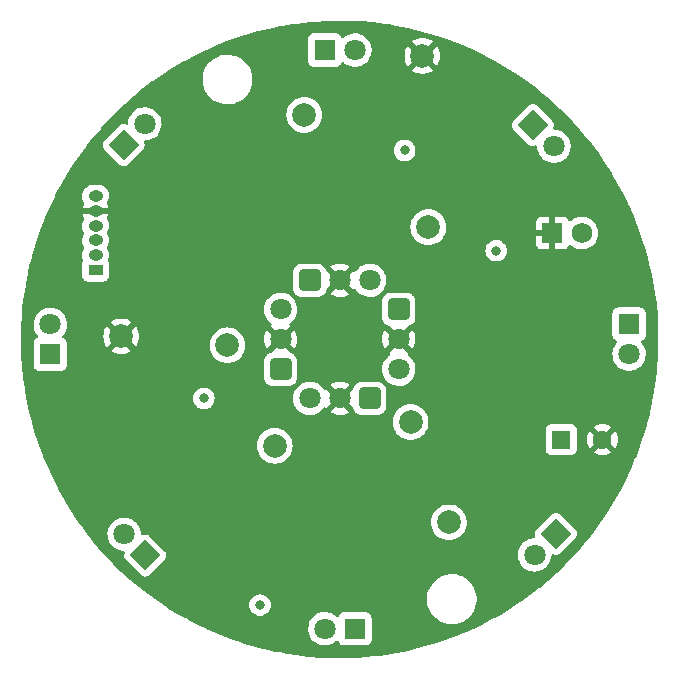
<source format=gbr>
%TF.GenerationSoftware,KiCad,Pcbnew,(6.0.1)*%
%TF.CreationDate,2022-07-03T20:59:54-07:00*%
%TF.ProjectId,EmitterDriverV2,456d6974-7465-4724-9472-697665725632,rev?*%
%TF.SameCoordinates,Original*%
%TF.FileFunction,Copper,L2,Inr*%
%TF.FilePolarity,Positive*%
%FSLAX46Y46*%
G04 Gerber Fmt 4.6, Leading zero omitted, Abs format (unit mm)*
G04 Created by KiCad (PCBNEW (6.0.1)) date 2022-07-03 20:59:54*
%MOMM*%
%LPD*%
G01*
G04 APERTURE LIST*
G04 Aperture macros list*
%AMRoundRect*
0 Rectangle with rounded corners*
0 $1 Rounding radius*
0 $2 $3 $4 $5 $6 $7 $8 $9 X,Y pos of 4 corners*
0 Add a 4 corners polygon primitive as box body*
4,1,4,$2,$3,$4,$5,$6,$7,$8,$9,$2,$3,0*
0 Add four circle primitives for the rounded corners*
1,1,$1+$1,$2,$3*
1,1,$1+$1,$4,$5*
1,1,$1+$1,$6,$7*
1,1,$1+$1,$8,$9*
0 Add four rect primitives between the rounded corners*
20,1,$1+$1,$2,$3,$4,$5,0*
20,1,$1+$1,$4,$5,$6,$7,0*
20,1,$1+$1,$6,$7,$8,$9,0*
20,1,$1+$1,$8,$9,$2,$3,0*%
%AMRotRect*
0 Rectangle, with rotation*
0 The origin of the aperture is its center*
0 $1 length*
0 $2 width*
0 $3 Rotation angle, in degrees counterclockwise*
0 Add horizontal line*
21,1,$1,$2,0,0,$3*%
G04 Aperture macros list end*
%TA.AperFunction,ComponentPad*%
%ADD10R,1.600000X1.600000*%
%TD*%
%TA.AperFunction,ComponentPad*%
%ADD11C,1.600000*%
%TD*%
%TA.AperFunction,ComponentPad*%
%ADD12C,1.800000*%
%TD*%
%TA.AperFunction,ComponentPad*%
%ADD13RotRect,1.800000X1.800000X45.000000*%
%TD*%
%TA.AperFunction,ComponentPad*%
%ADD14C,2.000000*%
%TD*%
%TA.AperFunction,ComponentPad*%
%ADD15RoundRect,0.248400X-0.651600X0.651600X-0.651600X-0.651600X0.651600X-0.651600X0.651600X0.651600X0*%
%TD*%
%TA.AperFunction,ComponentPad*%
%ADD16RoundRect,0.248400X-0.651600X-0.651600X0.651600X-0.651600X0.651600X0.651600X-0.651600X0.651600X0*%
%TD*%
%TA.AperFunction,ComponentPad*%
%ADD17RoundRect,0.248400X0.651600X-0.651600X0.651600X0.651600X-0.651600X0.651600X-0.651600X-0.651600X0*%
%TD*%
%TA.AperFunction,ComponentPad*%
%ADD18RoundRect,0.248400X0.651600X0.651600X-0.651600X0.651600X-0.651600X-0.651600X0.651600X-0.651600X0*%
%TD*%
%TA.AperFunction,ComponentPad*%
%ADD19R,1.800000X1.800000*%
%TD*%
%TA.AperFunction,ComponentPad*%
%ADD20RotRect,1.800000X1.800000X135.000000*%
%TD*%
%TA.AperFunction,ComponentPad*%
%ADD21RotRect,1.800000X1.800000X315.000000*%
%TD*%
%TA.AperFunction,ComponentPad*%
%ADD22RotRect,1.800000X1.800000X225.000000*%
%TD*%
%TA.AperFunction,ComponentPad*%
%ADD23O,1.250000X0.950000*%
%TD*%
%TA.AperFunction,ComponentPad*%
%ADD24R,1.250000X0.950000*%
%TD*%
%TA.AperFunction,ComponentPad*%
%ADD25C,1.750000*%
%TD*%
%TA.AperFunction,ComponentPad*%
%ADD26R,1.750000X1.750000*%
%TD*%
%TA.AperFunction,ViaPad*%
%ADD27C,0.800000*%
%TD*%
G04 APERTURE END LIST*
D10*
%TO.N,+BATT*%
%TO.C,C2*%
X158750000Y-78500000D03*
D11*
%TO.N,GND*%
X162250000Y-78500000D03*
%TD*%
D12*
%TO.N,Net-(D4-Pad1)*%
%TO.C,D5*%
X123500000Y-51750000D03*
D13*
%TO.N,Net-(D5-Pad1)*%
X121703949Y-53546051D03*
%TD*%
D14*
%TO.N,/RX*%
%TO.C,TP8*%
X146000000Y-77000000D03*
%TD*%
%TO.N,GND*%
%TO.C,TP7*%
X147000000Y-46000000D03*
%TD*%
%TO.N,Net-(Q5-Pad3)*%
%TO.C,TP6*%
X147500000Y-60500000D03*
%TD*%
%TO.N,Net-(Q4-Pad3)*%
%TO.C,TP5*%
X134500000Y-79000000D03*
%TD*%
%TO.N,Net-(D2-Pad1)*%
%TO.C,TP4*%
X137000000Y-51000000D03*
%TD*%
%TO.N,Net-(D1-Pad1)*%
%TO.C,TP3*%
X130500000Y-70500000D03*
%TD*%
%TO.N,GND*%
%TO.C,TP2*%
X121500000Y-69750000D03*
%TD*%
%TO.N,+BATT*%
%TO.C,TP1*%
X149250000Y-85500000D03*
%TD*%
D15*
%TO.N,/RX*%
%TO.C,U4*%
X145000000Y-67460000D03*
D12*
%TO.N,GND*%
X145000000Y-70000000D03*
%TO.N,Net-(C1-Pad1)*%
X145000000Y-72540000D03*
%TD*%
D16*
%TO.N,/RX*%
%TO.C,U3*%
X137460000Y-65000000D03*
D12*
%TO.N,GND*%
X140000000Y-65000000D03*
%TO.N,Net-(C1-Pad1)*%
X142540000Y-65000000D03*
%TD*%
%TO.N,Net-(C1-Pad1)*%
%TO.C,U2*%
X135000000Y-67460000D03*
%TO.N,GND*%
X135000000Y-70000000D03*
D17*
%TO.N,/RX*%
X135000000Y-72540000D03*
%TD*%
D18*
%TO.N,/RX*%
%TO.C,U1*%
X142540000Y-75000000D03*
D12*
%TO.N,GND*%
X140000000Y-75000000D03*
%TO.N,Net-(C1-Pad1)*%
X137460000Y-75000000D03*
%TD*%
D19*
%TO.N,Net-(D10-Pad1)*%
%TO.C,D10*%
X164500000Y-68710000D03*
D12*
%TO.N,Net-(D10-Pad2)*%
X164500000Y-71250000D03*
%TD*%
%TO.N,Net-(D8-Pad1)*%
%TO.C,D9*%
X138750000Y-94500000D03*
D19*
%TO.N,Net-(D10-Pad2)*%
X141290000Y-94500000D03*
%TD*%
%TO.N,Net-(D8-Pad1)*%
%TO.C,D8*%
X115500000Y-71275000D03*
D12*
%TO.N,Net-(D7-Pad1)*%
X115500000Y-68735000D03*
%TD*%
D19*
%TO.N,Net-(D7-Pad1)*%
%TO.C,D7*%
X138750000Y-45500000D03*
D12*
%TO.N,+BATT*%
X141290000Y-45500000D03*
%TD*%
D20*
%TO.N,Net-(D6-Pad1)*%
%TO.C,D6*%
X123546051Y-88296051D03*
D12*
%TO.N,Net-(D5-Pad1)*%
X121750000Y-86500000D03*
%TD*%
D21*
%TO.N,Net-(D4-Pad1)*%
%TO.C,D4*%
X156348439Y-51848439D03*
D12*
%TO.N,Net-(D3-Pad1)*%
X158144490Y-53644490D03*
%TD*%
D22*
%TO.N,Net-(D3-Pad1)*%
%TO.C,D3*%
X158296051Y-86453949D03*
D12*
%TO.N,+BATT*%
X156500000Y-88250000D03*
%TD*%
D23*
%TO.N,/RX*%
%TO.C,J1*%
X119325000Y-57875000D03*
%TO.N,GND*%
X119325000Y-59125000D03*
%TO.N,/Mod2*%
X119325000Y-60375000D03*
%TO.N,/Mod1*%
X119325000Y-61625000D03*
%TO.N,/PWM*%
X119325000Y-62875000D03*
D24*
%TO.N,VCC*%
X119325000Y-64125000D03*
%TD*%
D25*
%TO.N,+BATT*%
%TO.C,J2*%
X160500000Y-61000000D03*
D26*
%TO.N,GND*%
X158000000Y-61000000D03*
%TD*%
D27*
%TO.N,GND*%
X155000000Y-75000000D03*
X123000000Y-65250000D03*
%TO.N,Net-(D6-Pad1)*%
X133250000Y-92500000D03*
%TO.N,+BATT*%
X153250000Y-62500000D03*
%TO.N,Net-(C1-Pad1)*%
X128500000Y-75000000D03*
%TO.N,GND*%
X132000000Y-82500000D03*
%TO.N,+BATT*%
X145500000Y-54000000D03*
%TO.N,GND*%
X133003011Y-62000000D03*
X136500000Y-58500000D03*
X135000000Y-57000000D03*
X140000000Y-52000000D03*
X128500000Y-61000000D03*
X129000000Y-65500000D03*
%TD*%
%TA.AperFunction,Conductor*%
%TO.N,GND*%
G36*
X140388733Y-43015309D02*
G01*
X140845528Y-43021289D01*
X140850144Y-43021434D01*
X141550788Y-43056314D01*
X141833567Y-43070391D01*
X141838162Y-43070705D01*
X142819155Y-43155668D01*
X142823714Y-43156147D01*
X143800913Y-43276997D01*
X143805450Y-43277642D01*
X144214669Y-43343555D01*
X144777602Y-43434227D01*
X144782146Y-43435045D01*
X145747857Y-43627137D01*
X145752369Y-43628121D01*
X146710378Y-43855467D01*
X146714851Y-43856615D01*
X147663938Y-44118929D01*
X147668341Y-44120233D01*
X148607161Y-44417143D01*
X148611511Y-44418607D01*
X149538836Y-44749725D01*
X149543120Y-44751343D01*
X150185437Y-45007602D01*
X150457665Y-45116210D01*
X150461922Y-45117999D01*
X150649625Y-45200981D01*
X151362526Y-45516152D01*
X151366660Y-45518071D01*
X151880846Y-45768301D01*
X152252032Y-45948940D01*
X152256146Y-45951036D01*
X152478079Y-46069288D01*
X153125131Y-46414056D01*
X153129142Y-46416288D01*
X153976546Y-46908500D01*
X153980597Y-46910853D01*
X153984534Y-46913238D01*
X154384840Y-47165812D01*
X154817279Y-47438661D01*
X154821139Y-47441197D01*
X155634052Y-47996769D01*
X155637816Y-47999444D01*
X156429822Y-48584429D01*
X156433486Y-48587240D01*
X157203535Y-49200862D01*
X157207084Y-49203797D01*
X157537179Y-49487223D01*
X157954145Y-49845237D01*
X157957593Y-49848309D01*
X158046736Y-49930712D01*
X158620265Y-50460876D01*
X158680644Y-50516690D01*
X158683966Y-50519876D01*
X159382036Y-51214301D01*
X159385218Y-51217585D01*
X159715974Y-51571657D01*
X160057405Y-51937157D01*
X160060494Y-51940589D01*
X160686337Y-52661808D01*
X160705789Y-52684225D01*
X160708744Y-52687757D01*
X161326437Y-53454641D01*
X161329237Y-53458251D01*
X161918391Y-54247224D01*
X161921051Y-54250925D01*
X162213425Y-54673955D01*
X162480909Y-55060973D01*
X162483464Y-55064820D01*
X163013216Y-55894765D01*
X163015623Y-55898692D01*
X163156596Y-56138495D01*
X163514631Y-56747532D01*
X163516893Y-56751546D01*
X163843507Y-57356867D01*
X163984462Y-57618103D01*
X163986575Y-57622197D01*
X164386441Y-58433043D01*
X164422071Y-58505294D01*
X164424031Y-58509459D01*
X164546961Y-58783631D01*
X164826876Y-59407928D01*
X164828688Y-59412176D01*
X164989345Y-59808817D01*
X165196554Y-60320390D01*
X165198335Y-60324788D01*
X165199982Y-60329079D01*
X165535713Y-61254000D01*
X165535947Y-61254646D01*
X165537435Y-61258992D01*
X165717210Y-61817251D01*
X165839266Y-62196275D01*
X165840600Y-62200695D01*
X166107872Y-63148372D01*
X166109028Y-63152776D01*
X166216264Y-63594350D01*
X166341396Y-64109619D01*
X166342404Y-64114126D01*
X166539556Y-65078848D01*
X166540397Y-65083388D01*
X166702058Y-66054640D01*
X166702733Y-66059209D01*
X166828701Y-67035781D01*
X166829207Y-67040371D01*
X166915573Y-67980280D01*
X166919299Y-68020833D01*
X166919637Y-68025419D01*
X166933897Y-68284544D01*
X166973745Y-69008613D01*
X166973914Y-69013228D01*
X166991970Y-69998361D01*
X166991987Y-70001657D01*
X166990496Y-70191468D01*
X166988683Y-70422321D01*
X166988614Y-70425619D01*
X166955086Y-71410353D01*
X166954844Y-71414964D01*
X166885304Y-72397117D01*
X166884894Y-72401716D01*
X166854571Y-72683131D01*
X166779632Y-73378622D01*
X166779407Y-73380706D01*
X166778831Y-73385263D01*
X166706760Y-73882327D01*
X166637541Y-74359718D01*
X166636795Y-74364275D01*
X166459894Y-75332900D01*
X166458981Y-75337427D01*
X166252652Y-76271977D01*
X166246707Y-76298903D01*
X166245633Y-76303375D01*
X166012649Y-77201029D01*
X165998264Y-77256451D01*
X165997028Y-77260878D01*
X165754538Y-78071709D01*
X165714900Y-78204250D01*
X165713497Y-78208646D01*
X165442175Y-79007937D01*
X165396999Y-79141020D01*
X165395439Y-79145354D01*
X165044983Y-80065515D01*
X165043261Y-80069800D01*
X164659314Y-80976521D01*
X164657435Y-80980739D01*
X164240539Y-81872743D01*
X164238526Y-81876855D01*
X163789200Y-82753029D01*
X163787018Y-82757098D01*
X163305899Y-83616199D01*
X163303569Y-83620186D01*
X162791293Y-84461077D01*
X162788818Y-84464976D01*
X162297194Y-85209150D01*
X162246097Y-85286495D01*
X162243483Y-85290300D01*
X161707885Y-86039797D01*
X161670980Y-86091440D01*
X161668237Y-86095133D01*
X161067061Y-86874368D01*
X161066793Y-86874716D01*
X161063908Y-86878317D01*
X160967251Y-86994535D01*
X160434296Y-87635343D01*
X160431279Y-87638839D01*
X159774335Y-88372302D01*
X159771191Y-88375685D01*
X159087806Y-89084587D01*
X159084587Y-89087806D01*
X158489282Y-89661683D01*
X158375685Y-89771191D01*
X158372302Y-89774335D01*
X157638839Y-90431279D01*
X157635343Y-90434296D01*
X157228801Y-90772414D01*
X156930080Y-91020858D01*
X156878320Y-91063906D01*
X156874719Y-91066791D01*
X156095133Y-91668237D01*
X156091454Y-91670970D01*
X155400883Y-92164459D01*
X155290301Y-92243482D01*
X155286495Y-92246097D01*
X154464976Y-92788818D01*
X154461077Y-92791293D01*
X153620186Y-93303569D01*
X153616199Y-93305899D01*
X152757098Y-93787018D01*
X152753032Y-93789199D01*
X151876855Y-94238526D01*
X151872743Y-94240539D01*
X150980739Y-94657435D01*
X150976521Y-94659314D01*
X150523160Y-94851288D01*
X150192985Y-94991099D01*
X150069800Y-95043261D01*
X150065522Y-95044980D01*
X149145354Y-95395439D01*
X149141032Y-95396995D01*
X148208649Y-95713496D01*
X148204253Y-95714899D01*
X147260878Y-95997028D01*
X147256473Y-95998258D01*
X146303375Y-96245633D01*
X146298922Y-96246702D01*
X145799757Y-96356908D01*
X145337427Y-96458981D01*
X145332900Y-96459894D01*
X144364275Y-96636795D01*
X144359718Y-96637541D01*
X143961242Y-96695318D01*
X143385263Y-96778831D01*
X143380725Y-96779405D01*
X142773935Y-96844787D01*
X142401716Y-96884894D01*
X142397117Y-96885304D01*
X141414964Y-96954844D01*
X141410353Y-96955086D01*
X140646661Y-96981088D01*
X140426291Y-96988591D01*
X140421677Y-96988664D01*
X140131644Y-96987905D01*
X139437024Y-96986086D01*
X139432407Y-96985989D01*
X138448534Y-96947332D01*
X138443924Y-96947066D01*
X137462118Y-96872383D01*
X137457521Y-96871948D01*
X136638948Y-96779407D01*
X136479151Y-96761342D01*
X136474579Y-96760741D01*
X135500847Y-96614346D01*
X135496327Y-96613582D01*
X134951339Y-96511098D01*
X134528621Y-96431606D01*
X134524099Y-96430669D01*
X133934404Y-96297235D01*
X133563759Y-96213366D01*
X133559291Y-96212269D01*
X133135806Y-96099984D01*
X132607534Y-95959915D01*
X132603092Y-95958650D01*
X132270254Y-95857209D01*
X131661201Y-95671584D01*
X131656832Y-95670164D01*
X131611252Y-95654425D01*
X130726102Y-95348779D01*
X130721809Y-95347208D01*
X129940603Y-95044983D01*
X129803475Y-94991932D01*
X129799199Y-94990187D01*
X129496162Y-94859992D01*
X128894474Y-94601486D01*
X128890344Y-94599621D01*
X128607183Y-94465469D01*
X137337095Y-94465469D01*
X137337392Y-94470622D01*
X137337392Y-94470625D01*
X137344886Y-94600597D01*
X137350427Y-94696697D01*
X137351564Y-94701743D01*
X137351565Y-94701749D01*
X137383741Y-94844523D01*
X137401346Y-94922642D01*
X137403288Y-94927424D01*
X137403289Y-94927428D01*
X137469948Y-95091588D01*
X137488484Y-95137237D01*
X137609501Y-95334719D01*
X137761147Y-95509784D01*
X137939349Y-95657730D01*
X138139322Y-95774584D01*
X138355694Y-95857209D01*
X138360760Y-95858240D01*
X138360761Y-95858240D01*
X138413846Y-95869040D01*
X138582656Y-95903385D01*
X138712089Y-95908131D01*
X138808949Y-95911683D01*
X138808953Y-95911683D01*
X138814113Y-95911872D01*
X138819233Y-95911216D01*
X138819235Y-95911216D01*
X138893166Y-95901745D01*
X139043847Y-95882442D01*
X139048795Y-95880957D01*
X139048802Y-95880956D01*
X139260747Y-95817369D01*
X139265690Y-95815886D01*
X139346236Y-95776427D01*
X139469049Y-95716262D01*
X139469052Y-95716260D01*
X139473684Y-95713991D01*
X139662243Y-95579494D01*
X139707309Y-95534585D01*
X139769681Y-95500669D01*
X139840487Y-95505857D01*
X139897249Y-95548503D01*
X139914231Y-95579607D01*
X139918564Y-95591164D01*
X139939385Y-95646705D01*
X140026739Y-95763261D01*
X140143295Y-95850615D01*
X140279684Y-95901745D01*
X140341866Y-95908500D01*
X142238134Y-95908500D01*
X142300316Y-95901745D01*
X142436705Y-95850615D01*
X142553261Y-95763261D01*
X142640615Y-95646705D01*
X142691745Y-95510316D01*
X142698500Y-95448134D01*
X142698500Y-93551866D01*
X142691745Y-93489684D01*
X142640615Y-93353295D01*
X142553261Y-93236739D01*
X142436705Y-93149385D01*
X142300316Y-93098255D01*
X142238134Y-93091500D01*
X140341866Y-93091500D01*
X140279684Y-93098255D01*
X140143295Y-93149385D01*
X140026739Y-93236739D01*
X139939385Y-93353295D01*
X139936233Y-93361703D01*
X139936232Y-93361705D01*
X139915538Y-93416906D01*
X139872897Y-93473671D01*
X139806335Y-93498371D01*
X139736986Y-93483164D01*
X139714167Y-93466666D01*
X139713887Y-93466358D01*
X139668518Y-93430528D01*
X139536177Y-93326011D01*
X139536172Y-93326008D01*
X139532123Y-93322810D01*
X139527607Y-93320317D01*
X139527604Y-93320315D01*
X139333879Y-93213373D01*
X139333875Y-93213371D01*
X139329355Y-93210876D01*
X139324486Y-93209152D01*
X139324482Y-93209150D01*
X139115903Y-93135288D01*
X139115899Y-93135287D01*
X139111028Y-93133562D01*
X139105935Y-93132655D01*
X139105932Y-93132654D01*
X138888095Y-93093851D01*
X138888089Y-93093850D01*
X138883006Y-93092945D01*
X138810096Y-93092054D01*
X138656581Y-93090179D01*
X138656579Y-93090179D01*
X138651411Y-93090116D01*
X138422464Y-93125150D01*
X138202314Y-93197106D01*
X138197726Y-93199494D01*
X138197722Y-93199496D01*
X138029173Y-93287237D01*
X137996872Y-93304052D01*
X137992739Y-93307155D01*
X137992736Y-93307157D01*
X137815790Y-93440012D01*
X137811655Y-93443117D01*
X137651639Y-93610564D01*
X137521119Y-93801899D01*
X137423602Y-94011981D01*
X137361707Y-94235169D01*
X137337095Y-94465469D01*
X128607183Y-94465469D01*
X128000503Y-94178045D01*
X127996371Y-94175994D01*
X127122587Y-93722100D01*
X127118529Y-93719897D01*
X126712456Y-93489684D01*
X126261946Y-93234278D01*
X126257997Y-93231943D01*
X125419785Y-92715262D01*
X125415908Y-92712773D01*
X125395272Y-92698984D01*
X125174631Y-92551556D01*
X125097472Y-92500000D01*
X132336496Y-92500000D01*
X132356458Y-92689928D01*
X132415473Y-92871556D01*
X132510960Y-93036944D01*
X132515378Y-93041851D01*
X132515379Y-93041852D01*
X132597955Y-93133562D01*
X132638747Y-93178866D01*
X132793248Y-93291118D01*
X132799276Y-93293802D01*
X132799278Y-93293803D01*
X132961681Y-93366109D01*
X132967712Y-93368794D01*
X133061113Y-93388647D01*
X133148056Y-93407128D01*
X133148061Y-93407128D01*
X133154513Y-93408500D01*
X133345487Y-93408500D01*
X133351939Y-93407128D01*
X133351944Y-93407128D01*
X133438888Y-93388647D01*
X133532288Y-93368794D01*
X133538319Y-93366109D01*
X133700722Y-93293803D01*
X133700724Y-93293802D01*
X133706752Y-93291118D01*
X133861253Y-93178866D01*
X133902045Y-93133562D01*
X133984621Y-93041852D01*
X133984622Y-93041851D01*
X133989040Y-93036944D01*
X134084527Y-92871556D01*
X134143542Y-92689928D01*
X134163504Y-92500000D01*
X134162814Y-92493435D01*
X134144232Y-92316635D01*
X134144232Y-92316633D01*
X134143542Y-92310072D01*
X134085911Y-92132703D01*
X147390743Y-92132703D01*
X147391302Y-92136947D01*
X147391302Y-92136951D01*
X147394924Y-92164459D01*
X147428268Y-92417734D01*
X147504129Y-92695036D01*
X147505813Y-92698984D01*
X147579422Y-92871556D01*
X147616923Y-92959476D01*
X147659865Y-93031226D01*
X147759142Y-93197106D01*
X147764561Y-93206161D01*
X147944313Y-93430528D01*
X148014929Y-93497540D01*
X148134032Y-93610564D01*
X148152851Y-93628423D01*
X148386317Y-93796186D01*
X148390112Y-93798195D01*
X148390113Y-93798196D01*
X148411869Y-93809715D01*
X148640392Y-93930712D01*
X148910373Y-94029511D01*
X149191264Y-94090755D01*
X149219841Y-94093004D01*
X149414282Y-94108307D01*
X149414291Y-94108307D01*
X149416739Y-94108500D01*
X149572271Y-94108500D01*
X149574407Y-94108354D01*
X149574418Y-94108354D01*
X149782548Y-94094165D01*
X149782554Y-94094164D01*
X149786825Y-94093873D01*
X149791020Y-94093004D01*
X149791022Y-94093004D01*
X149927584Y-94064723D01*
X150068342Y-94035574D01*
X150339343Y-93939607D01*
X150594812Y-93807750D01*
X150598313Y-93805289D01*
X150598317Y-93805287D01*
X150719814Y-93719897D01*
X150830023Y-93642441D01*
X151019511Y-93466358D01*
X151037479Y-93449661D01*
X151037481Y-93449658D01*
X151040622Y-93446740D01*
X151222713Y-93224268D01*
X151372927Y-92979142D01*
X151488483Y-92715898D01*
X151494093Y-92696206D01*
X151566068Y-92443534D01*
X151567244Y-92439406D01*
X151607751Y-92154784D01*
X151607845Y-92136951D01*
X151609235Y-91871583D01*
X151609235Y-91871576D01*
X151609257Y-91867297D01*
X151571732Y-91582266D01*
X151495871Y-91304964D01*
X151485295Y-91280170D01*
X151384763Y-91044476D01*
X151384761Y-91044472D01*
X151383077Y-91040524D01*
X151235439Y-90793839D01*
X151055687Y-90569472D01*
X150847149Y-90371577D01*
X150613683Y-90203814D01*
X150591843Y-90192250D01*
X150568654Y-90179972D01*
X150359608Y-90069288D01*
X150224617Y-90019888D01*
X150093658Y-89971964D01*
X150093656Y-89971963D01*
X150089627Y-89970489D01*
X149808736Y-89909245D01*
X149777685Y-89906801D01*
X149585718Y-89891693D01*
X149585709Y-89891693D01*
X149583261Y-89891500D01*
X149427729Y-89891500D01*
X149425593Y-89891646D01*
X149425582Y-89891646D01*
X149217452Y-89905835D01*
X149217446Y-89905836D01*
X149213175Y-89906127D01*
X149208980Y-89906996D01*
X149208978Y-89906996D01*
X149072416Y-89935277D01*
X148931658Y-89964426D01*
X148660657Y-90060393D01*
X148405188Y-90192250D01*
X148401687Y-90194711D01*
X148401683Y-90194713D01*
X148391594Y-90201804D01*
X148169977Y-90357559D01*
X147959378Y-90553260D01*
X147777287Y-90775732D01*
X147627073Y-91020858D01*
X147511517Y-91284102D01*
X147432756Y-91560594D01*
X147392249Y-91845216D01*
X147392227Y-91849505D01*
X147392226Y-91849512D01*
X147390795Y-92122721D01*
X147390743Y-92132703D01*
X134085911Y-92132703D01*
X134084527Y-92128444D01*
X133989040Y-91963056D01*
X133906678Y-91871583D01*
X133865675Y-91826045D01*
X133865674Y-91826044D01*
X133861253Y-91821134D01*
X133706752Y-91708882D01*
X133700724Y-91706198D01*
X133700722Y-91706197D01*
X133538319Y-91633891D01*
X133538318Y-91633891D01*
X133532288Y-91631206D01*
X133438887Y-91611353D01*
X133351944Y-91592872D01*
X133351939Y-91592872D01*
X133345487Y-91591500D01*
X133154513Y-91591500D01*
X133148061Y-91592872D01*
X133148056Y-91592872D01*
X133061113Y-91611353D01*
X132967712Y-91631206D01*
X132961682Y-91633891D01*
X132961681Y-91633891D01*
X132799278Y-91706197D01*
X132799276Y-91706198D01*
X132793248Y-91708882D01*
X132638747Y-91821134D01*
X132634326Y-91826044D01*
X132634325Y-91826045D01*
X132593323Y-91871583D01*
X132510960Y-91963056D01*
X132415473Y-92128444D01*
X132356458Y-92310072D01*
X132355768Y-92316633D01*
X132355768Y-92316635D01*
X132337186Y-92493435D01*
X132336496Y-92500000D01*
X125097472Y-92500000D01*
X124597229Y-92165748D01*
X124593437Y-92163113D01*
X124043736Y-91765927D01*
X123795315Y-91586431D01*
X123791632Y-91583665D01*
X123767495Y-91564841D01*
X123015167Y-90978115D01*
X123011663Y-90975277D01*
X122257885Y-90341660D01*
X122254412Y-90338630D01*
X121760592Y-89891646D01*
X121524414Y-89677868D01*
X121521077Y-89674735D01*
X120815758Y-88987644D01*
X120812510Y-88984362D01*
X120519709Y-88677428D01*
X120132846Y-88271891D01*
X120129729Y-88268501D01*
X120103758Y-88239197D01*
X119568573Y-87635343D01*
X119476658Y-87531635D01*
X119473659Y-87528124D01*
X119148070Y-87132450D01*
X118848002Y-86767790D01*
X118845140Y-86764179D01*
X118617172Y-86465469D01*
X120337095Y-86465469D01*
X120337392Y-86470622D01*
X120337392Y-86470625D01*
X120344232Y-86589249D01*
X120350427Y-86696697D01*
X120351564Y-86701743D01*
X120351565Y-86701749D01*
X120366050Y-86766021D01*
X120401346Y-86922642D01*
X120403288Y-86927424D01*
X120403289Y-86927428D01*
X120453736Y-87051663D01*
X120488484Y-87137237D01*
X120609501Y-87334719D01*
X120761147Y-87509784D01*
X120939349Y-87657730D01*
X121139322Y-87774584D01*
X121355694Y-87857209D01*
X121360760Y-87858240D01*
X121360761Y-87858240D01*
X121413846Y-87869040D01*
X121582656Y-87903385D01*
X121700152Y-87907693D01*
X121767493Y-87930177D01*
X121811989Y-87985500D01*
X121819511Y-88056097D01*
X121810235Y-88085758D01*
X121783894Y-88143693D01*
X121783893Y-88143696D01*
X121780179Y-88151865D01*
X121778907Y-88160748D01*
X121778906Y-88160751D01*
X121760803Y-88287162D01*
X121759530Y-88296051D01*
X121760803Y-88304940D01*
X121770696Y-88374018D01*
X121780179Y-88440237D01*
X121840466Y-88572833D01*
X121845413Y-88578986D01*
X121845415Y-88578989D01*
X121866203Y-88604843D01*
X121879659Y-88621579D01*
X123220523Y-89962443D01*
X123230530Y-89970489D01*
X123263113Y-89996687D01*
X123263116Y-89996689D01*
X123269269Y-90001636D01*
X123401865Y-90061923D01*
X123410748Y-90063195D01*
X123410751Y-90063196D01*
X123537162Y-90081299D01*
X123546051Y-90082572D01*
X123554940Y-90081299D01*
X123681351Y-90063196D01*
X123681354Y-90063195D01*
X123690237Y-90061923D01*
X123822833Y-90001636D01*
X123828986Y-89996689D01*
X123828989Y-89996687D01*
X123861572Y-89970489D01*
X123871579Y-89962443D01*
X125212443Y-88621579D01*
X125225899Y-88604843D01*
X125246687Y-88578989D01*
X125246689Y-88578986D01*
X125251636Y-88572833D01*
X125311923Y-88440237D01*
X125321407Y-88374018D01*
X125331299Y-88304940D01*
X125332572Y-88296051D01*
X125331299Y-88287162D01*
X125321032Y-88215469D01*
X155087095Y-88215469D01*
X155087392Y-88220622D01*
X155087392Y-88220625D01*
X155096333Y-88375685D01*
X155100427Y-88446697D01*
X155101564Y-88451743D01*
X155101565Y-88451749D01*
X155127233Y-88565645D01*
X155151346Y-88672642D01*
X155153288Y-88677424D01*
X155153289Y-88677428D01*
X155236540Y-88882450D01*
X155238484Y-88887237D01*
X155359501Y-89084719D01*
X155511147Y-89259784D01*
X155689349Y-89407730D01*
X155889322Y-89524584D01*
X156105694Y-89607209D01*
X156110760Y-89608240D01*
X156110761Y-89608240D01*
X156163846Y-89619040D01*
X156332656Y-89653385D01*
X156463324Y-89658176D01*
X156558949Y-89661683D01*
X156558953Y-89661683D01*
X156564113Y-89661872D01*
X156569233Y-89661216D01*
X156569235Y-89661216D01*
X156642270Y-89651860D01*
X156793847Y-89632442D01*
X156798795Y-89630957D01*
X156798802Y-89630956D01*
X157010747Y-89567369D01*
X157015690Y-89565886D01*
X157096236Y-89526427D01*
X157219049Y-89466262D01*
X157219052Y-89466260D01*
X157223684Y-89463991D01*
X157412243Y-89329494D01*
X157576303Y-89166005D01*
X157711458Y-88977917D01*
X157719653Y-88961337D01*
X157811784Y-88774922D01*
X157811785Y-88774920D01*
X157814078Y-88770280D01*
X157881408Y-88548671D01*
X157911640Y-88319041D01*
X157912023Y-88303376D01*
X157933684Y-88235764D01*
X157988460Y-88190597D01*
X158058960Y-88182214D01*
X158090136Y-88191755D01*
X158143695Y-88216107D01*
X158143699Y-88216108D01*
X158151865Y-88219821D01*
X158160748Y-88221093D01*
X158160751Y-88221094D01*
X158287162Y-88239197D01*
X158296051Y-88240470D01*
X158304940Y-88239197D01*
X158431351Y-88221094D01*
X158431354Y-88221093D01*
X158440237Y-88219821D01*
X158461099Y-88210336D01*
X158565645Y-88162802D01*
X158572833Y-88159534D01*
X158578986Y-88154587D01*
X158578989Y-88154585D01*
X158618917Y-88122481D01*
X158621579Y-88120341D01*
X159962443Y-86779477D01*
X159975899Y-86762741D01*
X159996687Y-86736887D01*
X159996689Y-86736884D01*
X160001636Y-86730731D01*
X160048563Y-86627519D01*
X160058209Y-86606304D01*
X160058209Y-86606303D01*
X160061923Y-86598135D01*
X160063490Y-86587198D01*
X160081299Y-86462838D01*
X160082572Y-86453949D01*
X160061923Y-86309763D01*
X160001636Y-86177167D01*
X159996689Y-86171014D01*
X159996687Y-86171011D01*
X159964583Y-86131083D01*
X159962443Y-86128421D01*
X158621579Y-84787557D01*
X158604843Y-84774101D01*
X158578989Y-84753313D01*
X158578986Y-84753311D01*
X158572833Y-84748364D01*
X158440237Y-84688077D01*
X158431354Y-84686805D01*
X158431351Y-84686804D01*
X158304940Y-84668701D01*
X158296051Y-84667428D01*
X158287162Y-84668701D01*
X158160751Y-84686804D01*
X158160748Y-84686805D01*
X158151865Y-84688077D01*
X158019269Y-84748364D01*
X158013116Y-84753311D01*
X158013113Y-84753313D01*
X157987259Y-84774101D01*
X157970523Y-84787557D01*
X156629659Y-86128421D01*
X156627519Y-86131083D01*
X156595415Y-86171011D01*
X156595413Y-86171014D01*
X156590466Y-86177167D01*
X156530179Y-86309763D01*
X156509530Y-86453949D01*
X156510803Y-86462838D01*
X156528613Y-86587198D01*
X156530179Y-86598135D01*
X156533893Y-86606304D01*
X156533894Y-86606307D01*
X156559436Y-86662483D01*
X156569424Y-86732774D01*
X156539823Y-86797306D01*
X156480033Y-86835590D01*
X156443198Y-86840626D01*
X156406581Y-86840179D01*
X156406579Y-86840179D01*
X156401411Y-86840116D01*
X156172464Y-86875150D01*
X155952314Y-86947106D01*
X155947726Y-86949494D01*
X155947722Y-86949496D01*
X155825415Y-87013165D01*
X155746872Y-87054052D01*
X155742739Y-87057155D01*
X155742736Y-87057157D01*
X155565790Y-87190012D01*
X155561655Y-87193117D01*
X155401639Y-87360564D01*
X155271119Y-87551899D01*
X155173602Y-87761981D01*
X155111707Y-87985169D01*
X155087095Y-88215469D01*
X125321032Y-88215469D01*
X125313196Y-88160751D01*
X125313195Y-88160748D01*
X125311923Y-88151865D01*
X125308208Y-88143693D01*
X125254904Y-88026457D01*
X125251636Y-88019269D01*
X125246689Y-88013116D01*
X125246687Y-88013113D01*
X125214583Y-87973185D01*
X125212443Y-87970523D01*
X123871579Y-86629659D01*
X123842535Y-86606307D01*
X123828989Y-86595415D01*
X123828986Y-86595413D01*
X123822833Y-86590466D01*
X123754737Y-86559505D01*
X123698406Y-86533893D01*
X123698405Y-86533893D01*
X123690237Y-86530179D01*
X123681354Y-86528907D01*
X123681351Y-86528906D01*
X123554940Y-86510803D01*
X123546051Y-86509530D01*
X123537162Y-86510803D01*
X123410751Y-86528906D01*
X123410748Y-86528907D01*
X123401865Y-86530179D01*
X123393697Y-86533893D01*
X123393696Y-86533893D01*
X123337365Y-86559505D01*
X123267074Y-86569491D01*
X123202543Y-86539890D01*
X123164259Y-86480100D01*
X123159638Y-86455128D01*
X123144773Y-86274318D01*
X123144772Y-86274312D01*
X123144349Y-86269167D01*
X123108389Y-86126005D01*
X123089184Y-86049544D01*
X123089183Y-86049540D01*
X123087925Y-86044533D01*
X123085866Y-86039797D01*
X122997630Y-85836868D01*
X122997628Y-85836865D01*
X122995570Y-85832131D01*
X122869764Y-85637665D01*
X122744499Y-85500000D01*
X147736835Y-85500000D01*
X147755465Y-85736711D01*
X147756619Y-85741518D01*
X147756620Y-85741524D01*
X147786684Y-85866747D01*
X147810895Y-85967594D01*
X147812788Y-85972165D01*
X147812789Y-85972167D01*
X147895153Y-86171011D01*
X147901760Y-86186963D01*
X147904346Y-86191183D01*
X148023241Y-86385202D01*
X148023245Y-86385208D01*
X148025824Y-86389416D01*
X148180031Y-86569969D01*
X148360584Y-86724176D01*
X148364792Y-86726755D01*
X148364798Y-86726759D01*
X148542394Y-86835590D01*
X148563037Y-86848240D01*
X148567607Y-86850133D01*
X148567611Y-86850135D01*
X148754215Y-86927428D01*
X148782406Y-86939105D01*
X148815733Y-86947106D01*
X149008476Y-86993380D01*
X149008482Y-86993381D01*
X149013289Y-86994535D01*
X149250000Y-87013165D01*
X149486711Y-86994535D01*
X149491518Y-86993381D01*
X149491524Y-86993380D01*
X149684267Y-86947106D01*
X149717594Y-86939105D01*
X149745785Y-86927428D01*
X149932389Y-86850135D01*
X149932393Y-86850133D01*
X149936963Y-86848240D01*
X149957606Y-86835590D01*
X150135202Y-86726759D01*
X150135208Y-86726755D01*
X150139416Y-86724176D01*
X150319969Y-86569969D01*
X150474176Y-86389416D01*
X150476755Y-86385208D01*
X150476759Y-86385202D01*
X150595654Y-86191183D01*
X150598240Y-86186963D01*
X150604848Y-86171011D01*
X150687211Y-85972167D01*
X150687212Y-85972165D01*
X150689105Y-85967594D01*
X150713316Y-85866747D01*
X150743380Y-85741524D01*
X150743381Y-85741518D01*
X150744535Y-85736711D01*
X150763165Y-85500000D01*
X150744535Y-85263289D01*
X150732552Y-85213373D01*
X150690260Y-85037218D01*
X150689105Y-85032406D01*
X150598240Y-84813037D01*
X150558608Y-84748364D01*
X150476759Y-84614798D01*
X150476755Y-84614792D01*
X150474176Y-84610584D01*
X150319969Y-84430031D01*
X150139416Y-84275824D01*
X150135208Y-84273245D01*
X150135202Y-84273241D01*
X149941183Y-84154346D01*
X149936963Y-84151760D01*
X149932393Y-84149867D01*
X149932389Y-84149865D01*
X149722167Y-84062789D01*
X149722165Y-84062788D01*
X149717594Y-84060895D01*
X149637391Y-84041640D01*
X149491524Y-84006620D01*
X149491518Y-84006619D01*
X149486711Y-84005465D01*
X149250000Y-83986835D01*
X149013289Y-84005465D01*
X149008482Y-84006619D01*
X149008476Y-84006620D01*
X148862609Y-84041640D01*
X148782406Y-84060895D01*
X148777835Y-84062788D01*
X148777833Y-84062789D01*
X148567611Y-84149865D01*
X148567607Y-84149867D01*
X148563037Y-84151760D01*
X148558817Y-84154346D01*
X148364798Y-84273241D01*
X148364792Y-84273245D01*
X148360584Y-84275824D01*
X148180031Y-84430031D01*
X148025824Y-84610584D01*
X148023245Y-84614792D01*
X148023241Y-84614798D01*
X147941392Y-84748364D01*
X147901760Y-84813037D01*
X147810895Y-85032406D01*
X147809740Y-85037218D01*
X147767449Y-85213373D01*
X147755465Y-85263289D01*
X147736835Y-85500000D01*
X122744499Y-85500000D01*
X122713887Y-85466358D01*
X122709836Y-85463159D01*
X122709832Y-85463155D01*
X122536177Y-85326011D01*
X122536172Y-85326008D01*
X122532123Y-85322810D01*
X122527607Y-85320317D01*
X122527604Y-85320315D01*
X122333879Y-85213373D01*
X122333875Y-85213371D01*
X122329355Y-85210876D01*
X122324486Y-85209152D01*
X122324482Y-85209150D01*
X122115903Y-85135288D01*
X122115899Y-85135287D01*
X122111028Y-85133562D01*
X122105935Y-85132655D01*
X122105932Y-85132654D01*
X121888095Y-85093851D01*
X121888089Y-85093850D01*
X121883006Y-85092945D01*
X121810096Y-85092054D01*
X121656581Y-85090179D01*
X121656579Y-85090179D01*
X121651411Y-85090116D01*
X121422464Y-85125150D01*
X121202314Y-85197106D01*
X121197726Y-85199494D01*
X121197722Y-85199496D01*
X121001461Y-85301663D01*
X120996872Y-85304052D01*
X120992739Y-85307155D01*
X120992736Y-85307157D01*
X120967625Y-85326011D01*
X120811655Y-85443117D01*
X120651639Y-85610564D01*
X120648725Y-85614836D01*
X120648724Y-85614837D01*
X120633152Y-85637665D01*
X120521119Y-85801899D01*
X120423602Y-86011981D01*
X120361707Y-86235169D01*
X120337095Y-86465469D01*
X118617172Y-86465469D01*
X118247773Y-85981440D01*
X118245050Y-85977733D01*
X118241117Y-85972167D01*
X117867221Y-85443117D01*
X117676782Y-85173652D01*
X117674187Y-85169833D01*
X117135736Y-84345424D01*
X117133282Y-84341512D01*
X117093735Y-84275824D01*
X116625429Y-83497971D01*
X116623126Y-83493983D01*
X116481288Y-83237572D01*
X116146514Y-82632380D01*
X116144357Y-82628306D01*
X115699639Y-81749817D01*
X115697629Y-81745659D01*
X115285402Y-80851472D01*
X115283546Y-80847244D01*
X115112446Y-80437211D01*
X114904354Y-79938528D01*
X114902661Y-79934253D01*
X114855381Y-79808131D01*
X114557030Y-79012272D01*
X114555494Y-79007937D01*
X114552846Y-79000000D01*
X132986835Y-79000000D01*
X133005465Y-79236711D01*
X133060895Y-79467594D01*
X133062788Y-79472165D01*
X133062789Y-79472167D01*
X133132065Y-79639414D01*
X133151760Y-79686963D01*
X133154346Y-79691183D01*
X133273241Y-79885202D01*
X133273245Y-79885208D01*
X133275824Y-79889416D01*
X133430031Y-80069969D01*
X133610584Y-80224176D01*
X133614792Y-80226755D01*
X133614798Y-80226759D01*
X133754354Y-80312279D01*
X133813037Y-80348240D01*
X133817607Y-80350133D01*
X133817611Y-80350135D01*
X134027833Y-80437211D01*
X134032406Y-80439105D01*
X134112609Y-80458360D01*
X134258476Y-80493380D01*
X134258482Y-80493381D01*
X134263289Y-80494535D01*
X134500000Y-80513165D01*
X134736711Y-80494535D01*
X134741518Y-80493381D01*
X134741524Y-80493380D01*
X134887391Y-80458360D01*
X134967594Y-80439105D01*
X134972167Y-80437211D01*
X135182389Y-80350135D01*
X135182393Y-80350133D01*
X135186963Y-80348240D01*
X135245646Y-80312279D01*
X135385202Y-80226759D01*
X135385208Y-80226755D01*
X135389416Y-80224176D01*
X135569969Y-80069969D01*
X135724176Y-79889416D01*
X135726755Y-79885208D01*
X135726759Y-79885202D01*
X135845654Y-79691183D01*
X135848240Y-79686963D01*
X135867936Y-79639414D01*
X135937211Y-79472167D01*
X135937212Y-79472165D01*
X135939105Y-79467594D01*
X135967785Y-79348134D01*
X157441500Y-79348134D01*
X157448255Y-79410316D01*
X157499385Y-79546705D01*
X157586739Y-79663261D01*
X157703295Y-79750615D01*
X157839684Y-79801745D01*
X157901866Y-79808500D01*
X159598134Y-79808500D01*
X159660316Y-79801745D01*
X159796705Y-79750615D01*
X159913261Y-79663261D01*
X159971119Y-79586062D01*
X161528493Y-79586062D01*
X161537789Y-79598077D01*
X161588994Y-79633931D01*
X161598489Y-79639414D01*
X161795947Y-79731490D01*
X161806239Y-79735236D01*
X162016688Y-79791625D01*
X162027481Y-79793528D01*
X162244525Y-79812517D01*
X162255475Y-79812517D01*
X162472519Y-79793528D01*
X162483312Y-79791625D01*
X162693761Y-79735236D01*
X162704053Y-79731490D01*
X162901511Y-79639414D01*
X162911006Y-79633931D01*
X162963048Y-79597491D01*
X162971424Y-79587012D01*
X162964356Y-79573566D01*
X162262812Y-78872022D01*
X162248868Y-78864408D01*
X162247035Y-78864539D01*
X162240420Y-78868790D01*
X161534923Y-79574287D01*
X161528493Y-79586062D01*
X159971119Y-79586062D01*
X160000615Y-79546705D01*
X160051745Y-79410316D01*
X160058500Y-79348134D01*
X160058500Y-78505475D01*
X160937483Y-78505475D01*
X160956472Y-78722519D01*
X160958375Y-78733312D01*
X161014764Y-78943761D01*
X161018510Y-78954053D01*
X161110586Y-79151511D01*
X161116069Y-79161006D01*
X161152509Y-79213048D01*
X161162988Y-79221424D01*
X161176434Y-79214356D01*
X161877978Y-78512812D01*
X161884356Y-78501132D01*
X162614408Y-78501132D01*
X162614539Y-78502965D01*
X162618790Y-78509580D01*
X163324287Y-79215077D01*
X163336062Y-79221507D01*
X163348077Y-79212211D01*
X163383931Y-79161006D01*
X163389414Y-79151511D01*
X163481490Y-78954053D01*
X163485236Y-78943761D01*
X163541625Y-78733312D01*
X163543528Y-78722519D01*
X163562517Y-78505475D01*
X163562517Y-78494525D01*
X163543528Y-78277481D01*
X163541625Y-78266688D01*
X163485236Y-78056239D01*
X163481490Y-78045947D01*
X163389414Y-77848489D01*
X163383931Y-77838994D01*
X163347491Y-77786952D01*
X163337012Y-77778576D01*
X163323566Y-77785644D01*
X162622022Y-78487188D01*
X162614408Y-78501132D01*
X161884356Y-78501132D01*
X161885592Y-78498868D01*
X161885461Y-78497035D01*
X161881210Y-78490420D01*
X161175713Y-77784923D01*
X161163938Y-77778493D01*
X161151923Y-77787789D01*
X161116069Y-77838994D01*
X161110586Y-77848489D01*
X161018510Y-78045947D01*
X161014764Y-78056239D01*
X160958375Y-78266688D01*
X160956472Y-78277481D01*
X160937483Y-78494525D01*
X160937483Y-78505475D01*
X160058500Y-78505475D01*
X160058500Y-77651866D01*
X160051745Y-77589684D01*
X160000615Y-77453295D01*
X159970407Y-77412988D01*
X161528576Y-77412988D01*
X161535644Y-77426434D01*
X162237188Y-78127978D01*
X162251132Y-78135592D01*
X162252965Y-78135461D01*
X162259580Y-78131210D01*
X162965077Y-77425713D01*
X162971507Y-77413938D01*
X162962211Y-77401923D01*
X162911006Y-77366069D01*
X162901511Y-77360586D01*
X162704053Y-77268510D01*
X162693761Y-77264764D01*
X162483312Y-77208375D01*
X162472519Y-77206472D01*
X162255475Y-77187483D01*
X162244525Y-77187483D01*
X162027481Y-77206472D01*
X162016688Y-77208375D01*
X161806239Y-77264764D01*
X161795947Y-77268510D01*
X161598489Y-77360586D01*
X161588994Y-77366069D01*
X161536952Y-77402509D01*
X161528576Y-77412988D01*
X159970407Y-77412988D01*
X159913261Y-77336739D01*
X159796705Y-77249385D01*
X159660316Y-77198255D01*
X159598134Y-77191500D01*
X157901866Y-77191500D01*
X157839684Y-77198255D01*
X157703295Y-77249385D01*
X157586739Y-77336739D01*
X157499385Y-77453295D01*
X157448255Y-77589684D01*
X157441500Y-77651866D01*
X157441500Y-79348134D01*
X135967785Y-79348134D01*
X135994535Y-79236711D01*
X136013165Y-79000000D01*
X135994535Y-78763289D01*
X135987339Y-78733312D01*
X135940260Y-78537218D01*
X135939105Y-78532406D01*
X135930989Y-78512812D01*
X135850135Y-78317611D01*
X135850133Y-78317607D01*
X135848240Y-78313037D01*
X135819837Y-78266688D01*
X135726759Y-78114798D01*
X135726755Y-78114792D01*
X135724176Y-78110584D01*
X135569969Y-77930031D01*
X135389416Y-77775824D01*
X135385208Y-77773245D01*
X135385202Y-77773241D01*
X135191183Y-77654346D01*
X135186963Y-77651760D01*
X135182393Y-77649867D01*
X135182389Y-77649865D01*
X134972167Y-77562789D01*
X134972165Y-77562788D01*
X134967594Y-77560895D01*
X134852465Y-77533255D01*
X134741524Y-77506620D01*
X134741518Y-77506619D01*
X134736711Y-77505465D01*
X134500000Y-77486835D01*
X134263289Y-77505465D01*
X134258482Y-77506619D01*
X134258476Y-77506620D01*
X134147535Y-77533255D01*
X134032406Y-77560895D01*
X134027835Y-77562788D01*
X134027833Y-77562789D01*
X133817611Y-77649865D01*
X133817607Y-77649867D01*
X133813037Y-77651760D01*
X133808817Y-77654346D01*
X133614798Y-77773241D01*
X133614792Y-77773245D01*
X133610584Y-77775824D01*
X133430031Y-77930031D01*
X133275824Y-78110584D01*
X133273245Y-78114792D01*
X133273241Y-78114798D01*
X133180163Y-78266688D01*
X133151760Y-78313037D01*
X133149867Y-78317607D01*
X133149865Y-78317611D01*
X133069011Y-78512812D01*
X133060895Y-78532406D01*
X133059740Y-78537218D01*
X133012662Y-78733312D01*
X133005465Y-78763289D01*
X132986835Y-79000000D01*
X114552846Y-79000000D01*
X114551202Y-78995070D01*
X114288832Y-78208649D01*
X114243878Y-78073905D01*
X114242497Y-78069499D01*
X113965311Y-77124658D01*
X113964093Y-77120203D01*
X113933565Y-77000000D01*
X144486835Y-77000000D01*
X144505465Y-77236711D01*
X144506619Y-77241518D01*
X144506620Y-77241524D01*
X144531203Y-77343919D01*
X144560895Y-77467594D01*
X144562788Y-77472165D01*
X144562789Y-77472167D01*
X144638638Y-77655283D01*
X144651760Y-77686963D01*
X144654346Y-77691183D01*
X144773241Y-77885202D01*
X144773245Y-77885208D01*
X144775824Y-77889416D01*
X144930031Y-78069969D01*
X145110584Y-78224176D01*
X145114792Y-78226755D01*
X145114798Y-78226759D01*
X145255591Y-78313037D01*
X145313037Y-78348240D01*
X145317607Y-78350133D01*
X145317611Y-78350135D01*
X145382552Y-78377034D01*
X145532406Y-78439105D01*
X145612609Y-78458360D01*
X145758476Y-78493380D01*
X145758482Y-78493381D01*
X145763289Y-78494535D01*
X146000000Y-78513165D01*
X146236711Y-78494535D01*
X146241518Y-78493381D01*
X146241524Y-78493380D01*
X146387391Y-78458360D01*
X146467594Y-78439105D01*
X146617448Y-78377034D01*
X146682389Y-78350135D01*
X146682393Y-78350133D01*
X146686963Y-78348240D01*
X146744409Y-78313037D01*
X146885202Y-78226759D01*
X146885208Y-78226755D01*
X146889416Y-78224176D01*
X147069969Y-78069969D01*
X147224176Y-77889416D01*
X147226755Y-77885208D01*
X147226759Y-77885202D01*
X147345654Y-77691183D01*
X147348240Y-77686963D01*
X147361363Y-77655283D01*
X147437211Y-77472167D01*
X147437212Y-77472165D01*
X147439105Y-77467594D01*
X147468797Y-77343919D01*
X147493380Y-77241524D01*
X147493381Y-77241518D01*
X147494535Y-77236711D01*
X147513165Y-77000000D01*
X147494535Y-76763289D01*
X147439105Y-76532406D01*
X147389179Y-76411872D01*
X147350135Y-76317611D01*
X147350133Y-76317607D01*
X147348240Y-76313037D01*
X147322803Y-76271527D01*
X147226759Y-76114798D01*
X147226755Y-76114792D01*
X147224176Y-76110584D01*
X147069969Y-75930031D01*
X146889416Y-75775824D01*
X146885208Y-75773245D01*
X146885202Y-75773241D01*
X146691183Y-75654346D01*
X146686963Y-75651760D01*
X146682393Y-75649867D01*
X146682389Y-75649865D01*
X146472167Y-75562789D01*
X146472165Y-75562788D01*
X146467594Y-75560895D01*
X146387391Y-75541640D01*
X146241524Y-75506620D01*
X146241518Y-75506619D01*
X146236711Y-75505465D01*
X146000000Y-75486835D01*
X145763289Y-75505465D01*
X145758482Y-75506619D01*
X145758476Y-75506620D01*
X145612609Y-75541640D01*
X145532406Y-75560895D01*
X145527835Y-75562788D01*
X145527833Y-75562789D01*
X145317611Y-75649865D01*
X145317607Y-75649867D01*
X145313037Y-75651760D01*
X145308817Y-75654346D01*
X145114798Y-75773241D01*
X145114792Y-75773245D01*
X145110584Y-75775824D01*
X144930031Y-75930031D01*
X144775824Y-76110584D01*
X144773245Y-76114792D01*
X144773241Y-76114798D01*
X144677197Y-76271527D01*
X144651760Y-76313037D01*
X144649867Y-76317607D01*
X144649865Y-76317611D01*
X144610821Y-76411872D01*
X144560895Y-76532406D01*
X144505465Y-76763289D01*
X144486835Y-77000000D01*
X113933565Y-77000000D01*
X113721730Y-76165898D01*
X113720675Y-76161403D01*
X113645877Y-75813982D01*
X113513428Y-75198783D01*
X113512545Y-75194281D01*
X113512058Y-75191529D01*
X113478114Y-75000000D01*
X127586496Y-75000000D01*
X127606458Y-75189928D01*
X127665473Y-75371556D01*
X127668776Y-75377278D01*
X127668777Y-75377279D01*
X127692057Y-75417600D01*
X127760960Y-75536944D01*
X127765378Y-75541851D01*
X127765379Y-75541852D01*
X127784231Y-75562789D01*
X127888747Y-75678866D01*
X127920444Y-75701895D01*
X128018643Y-75773241D01*
X128043248Y-75791118D01*
X128049276Y-75793802D01*
X128049278Y-75793803D01*
X128149944Y-75838622D01*
X128217712Y-75868794D01*
X128311112Y-75888647D01*
X128398056Y-75907128D01*
X128398061Y-75907128D01*
X128404513Y-75908500D01*
X128595487Y-75908500D01*
X128601939Y-75907128D01*
X128601944Y-75907128D01*
X128688888Y-75888647D01*
X128782288Y-75868794D01*
X128850056Y-75838622D01*
X128950722Y-75793803D01*
X128950724Y-75793802D01*
X128956752Y-75791118D01*
X128981358Y-75773241D01*
X129079556Y-75701895D01*
X129111253Y-75678866D01*
X129215769Y-75562789D01*
X129234621Y-75541852D01*
X129234622Y-75541851D01*
X129239040Y-75536944D01*
X129307943Y-75417600D01*
X129331223Y-75377279D01*
X129331224Y-75377278D01*
X129334527Y-75371556D01*
X129393542Y-75189928D01*
X129413504Y-75000000D01*
X129409875Y-74965469D01*
X136047095Y-74965469D01*
X136047392Y-74970622D01*
X136047392Y-74970625D01*
X136053067Y-75069041D01*
X136060427Y-75196697D01*
X136061564Y-75201743D01*
X136061565Y-75201749D01*
X136083408Y-75298671D01*
X136111346Y-75422642D01*
X136113288Y-75427424D01*
X136113289Y-75427428D01*
X136168254Y-75562789D01*
X136198484Y-75637237D01*
X136319501Y-75834719D01*
X136471147Y-76009784D01*
X136649349Y-76157730D01*
X136849322Y-76274584D01*
X137065694Y-76357209D01*
X137070760Y-76358240D01*
X137070761Y-76358240D01*
X137123846Y-76369040D01*
X137292656Y-76403385D01*
X137422934Y-76408162D01*
X137518949Y-76411683D01*
X137518953Y-76411683D01*
X137524113Y-76411872D01*
X137529233Y-76411216D01*
X137529235Y-76411216D01*
X137628332Y-76398521D01*
X137753847Y-76382442D01*
X137758795Y-76380957D01*
X137758802Y-76380956D01*
X137970747Y-76317369D01*
X137975690Y-76315886D01*
X137990120Y-76308817D01*
X138179049Y-76216262D01*
X138179052Y-76216260D01*
X138183684Y-76213991D01*
X138257406Y-76161406D01*
X139203423Y-76161406D01*
X139208704Y-76168461D01*
X139385080Y-76271527D01*
X139394363Y-76275974D01*
X139601003Y-76354883D01*
X139610901Y-76357759D01*
X139827653Y-76401857D01*
X139837883Y-76403076D01*
X140058914Y-76411182D01*
X140069223Y-76410714D01*
X140288623Y-76382608D01*
X140298688Y-76380468D01*
X140510557Y-76316905D01*
X140520152Y-76313144D01*
X140718778Y-76215838D01*
X140727636Y-76210559D01*
X140785097Y-76169572D01*
X140793497Y-76158874D01*
X140786510Y-76145721D01*
X140012811Y-75372021D01*
X139998868Y-75364408D01*
X139997034Y-75364539D01*
X139990420Y-75368790D01*
X139210180Y-76149031D01*
X139203423Y-76161406D01*
X138257406Y-76161406D01*
X138372243Y-76079494D01*
X138536303Y-75916005D01*
X138627275Y-75789404D01*
X138683270Y-75745756D01*
X138753973Y-75739310D01*
X138816938Y-75772113D01*
X138822142Y-75778584D01*
X138840553Y-75795242D01*
X138849331Y-75791458D01*
X139627979Y-75012811D01*
X139634356Y-75001132D01*
X140364408Y-75001132D01*
X140364539Y-75002966D01*
X140368790Y-75009580D01*
X141110534Y-75751323D01*
X141141325Y-75807813D01*
X141142451Y-75807437D01*
X141144633Y-75813977D01*
X141144634Y-75813982D01*
X141183352Y-75930031D01*
X141198309Y-75974862D01*
X141229866Y-76025858D01*
X141263057Y-76079494D01*
X141291184Y-76124948D01*
X141416096Y-76249641D01*
X141422326Y-76253481D01*
X141422327Y-76253482D01*
X141559180Y-76337840D01*
X141566342Y-76342255D01*
X141733865Y-76397820D01*
X141740701Y-76398520D01*
X141740704Y-76398521D01*
X141785165Y-76403076D01*
X141838105Y-76408500D01*
X142534587Y-76408500D01*
X143241894Y-76408499D01*
X143245138Y-76408162D01*
X143245146Y-76408162D01*
X143301114Y-76402355D01*
X143347437Y-76397549D01*
X143466701Y-76357759D01*
X143507918Y-76344008D01*
X143507920Y-76344007D01*
X143514862Y-76341691D01*
X143664948Y-76248816D01*
X143789641Y-76123904D01*
X143857951Y-76013086D01*
X143878415Y-75979888D01*
X143878416Y-75979886D01*
X143882255Y-75973658D01*
X143937820Y-75806135D01*
X143939084Y-75793803D01*
X143948172Y-75705094D01*
X143948500Y-75701895D01*
X143948499Y-74298106D01*
X143937549Y-74192563D01*
X143881691Y-74025138D01*
X143835947Y-73951216D01*
X143792669Y-73881278D01*
X143792668Y-73881276D01*
X143788816Y-73875052D01*
X143663904Y-73750359D01*
X143604649Y-73713833D01*
X143519888Y-73661585D01*
X143519886Y-73661584D01*
X143513658Y-73657745D01*
X143346135Y-73602180D01*
X143339299Y-73601480D01*
X143339296Y-73601479D01*
X143286984Y-73596120D01*
X143241895Y-73591500D01*
X142545413Y-73591500D01*
X141838106Y-73591501D01*
X141834862Y-73591838D01*
X141834854Y-73591838D01*
X141781113Y-73597414D01*
X141732563Y-73602451D01*
X141665411Y-73624855D01*
X141572082Y-73655992D01*
X141572080Y-73655993D01*
X141565138Y-73658309D01*
X141514142Y-73689866D01*
X141476155Y-73713373D01*
X141415052Y-73751184D01*
X141409880Y-73756365D01*
X141364236Y-73802089D01*
X141290359Y-73876096D01*
X141286519Y-73882326D01*
X141286518Y-73882327D01*
X141232364Y-73970181D01*
X141197745Y-74026342D01*
X141142180Y-74193865D01*
X141140633Y-74193352D01*
X141110526Y-74248685D01*
X140372021Y-74987189D01*
X140364408Y-75001132D01*
X139634356Y-75001132D01*
X139635592Y-74998868D01*
X139635461Y-74997034D01*
X139631210Y-74990420D01*
X138853862Y-74213073D01*
X138842330Y-74206776D01*
X138814674Y-74228444D01*
X138813534Y-74226989D01*
X138779695Y-74254724D01*
X138709171Y-74262898D01*
X138645422Y-74231646D01*
X138624722Y-74207159D01*
X138582575Y-74142009D01*
X138582570Y-74142003D01*
X138579764Y-74137665D01*
X138572639Y-74129834D01*
X138478468Y-74026342D01*
X138423887Y-73966358D01*
X138419836Y-73963159D01*
X138419832Y-73963155D01*
X138264790Y-73840711D01*
X139205508Y-73840711D01*
X139212251Y-73853040D01*
X139987189Y-74627979D01*
X140001132Y-74635592D01*
X140002966Y-74635461D01*
X140009580Y-74631210D01*
X140788994Y-73851795D01*
X140796011Y-73838944D01*
X140788237Y-73828274D01*
X140785902Y-73826430D01*
X140777320Y-73820729D01*
X140583678Y-73713833D01*
X140574272Y-73709606D01*
X140365772Y-73635772D01*
X140355809Y-73633140D01*
X140138047Y-73594350D01*
X140127796Y-73593381D01*
X139906616Y-73590679D01*
X139896332Y-73591399D01*
X139677693Y-73624855D01*
X139667666Y-73627244D01*
X139457426Y-73695961D01*
X139447916Y-73699958D01*
X139251725Y-73802089D01*
X139243007Y-73807578D01*
X139213961Y-73829386D01*
X139205508Y-73840711D01*
X138264790Y-73840711D01*
X138246177Y-73826011D01*
X138246172Y-73826008D01*
X138242123Y-73822810D01*
X138237607Y-73820317D01*
X138237604Y-73820315D01*
X138043879Y-73713373D01*
X138043875Y-73713371D01*
X138039355Y-73710876D01*
X138034486Y-73709152D01*
X138034482Y-73709150D01*
X137825903Y-73635288D01*
X137825899Y-73635287D01*
X137821028Y-73633562D01*
X137815935Y-73632655D01*
X137815932Y-73632654D01*
X137598095Y-73593851D01*
X137598089Y-73593850D01*
X137593006Y-73592945D01*
X137520096Y-73592054D01*
X137366581Y-73590179D01*
X137366579Y-73590179D01*
X137361411Y-73590116D01*
X137132464Y-73625150D01*
X136912314Y-73697106D01*
X136907726Y-73699494D01*
X136907722Y-73699496D01*
X136727177Y-73793482D01*
X136706872Y-73804052D01*
X136702739Y-73807155D01*
X136702736Y-73807157D01*
X136527776Y-73938521D01*
X136521655Y-73943117D01*
X136361639Y-74110564D01*
X136358725Y-74114836D01*
X136358724Y-74114837D01*
X136291712Y-74213073D01*
X136231119Y-74301899D01*
X136133602Y-74511981D01*
X136071707Y-74735169D01*
X136047095Y-74965469D01*
X129409875Y-74965469D01*
X129393542Y-74810072D01*
X129334527Y-74628444D01*
X129239040Y-74463056D01*
X129111253Y-74321134D01*
X128981674Y-74226989D01*
X128962094Y-74212763D01*
X128962093Y-74212762D01*
X128956752Y-74208882D01*
X128950724Y-74206198D01*
X128950722Y-74206197D01*
X128788319Y-74133891D01*
X128788318Y-74133891D01*
X128782288Y-74131206D01*
X128685176Y-74110564D01*
X128601944Y-74092872D01*
X128601939Y-74092872D01*
X128595487Y-74091500D01*
X128404513Y-74091500D01*
X128398061Y-74092872D01*
X128398056Y-74092872D01*
X128314824Y-74110564D01*
X128217712Y-74131206D01*
X128211682Y-74133891D01*
X128211681Y-74133891D01*
X128049278Y-74206197D01*
X128049276Y-74206198D01*
X128043248Y-74208882D01*
X128037907Y-74212762D01*
X128037906Y-74212763D01*
X128018326Y-74226989D01*
X127888747Y-74321134D01*
X127760960Y-74463056D01*
X127665473Y-74628444D01*
X127606458Y-74810072D01*
X127586496Y-75000000D01*
X113478114Y-75000000D01*
X113340716Y-74224739D01*
X113339995Y-74220181D01*
X113338177Y-74207159D01*
X113203813Y-73245022D01*
X113203259Y-73240441D01*
X113203073Y-73238627D01*
X113102898Y-72260902D01*
X113102513Y-72256318D01*
X113096319Y-72161808D01*
X113053148Y-71503155D01*
X113038116Y-71273814D01*
X113037898Y-71269201D01*
X113022559Y-70736711D01*
X113009546Y-70284941D01*
X113009498Y-70280335D01*
X113010001Y-70216358D01*
X113014788Y-69606825D01*
X113017231Y-69295738D01*
X113017352Y-69291122D01*
X113035400Y-68885876D01*
X113043657Y-68700469D01*
X114087095Y-68700469D01*
X114087392Y-68705622D01*
X114087392Y-68705625D01*
X114100129Y-68926529D01*
X114100427Y-68931697D01*
X114101564Y-68936743D01*
X114101565Y-68936749D01*
X114133741Y-69079523D01*
X114151346Y-69157642D01*
X114153288Y-69162424D01*
X114153289Y-69162428D01*
X114236540Y-69367450D01*
X114238484Y-69372237D01*
X114359501Y-69569719D01*
X114416562Y-69635592D01*
X114471304Y-69698788D01*
X114500786Y-69763373D01*
X114490671Y-69833646D01*
X114444170Y-69887294D01*
X114420296Y-69899267D01*
X114364515Y-69920179D01*
X114353295Y-69924385D01*
X114236739Y-70011739D01*
X114149385Y-70128295D01*
X114098255Y-70264684D01*
X114091500Y-70326866D01*
X114091500Y-72223134D01*
X114098255Y-72285316D01*
X114149385Y-72421705D01*
X114236739Y-72538261D01*
X114353295Y-72625615D01*
X114489684Y-72676745D01*
X114551866Y-72683500D01*
X116448134Y-72683500D01*
X116510316Y-72676745D01*
X116646705Y-72625615D01*
X116763261Y-72538261D01*
X116850615Y-72421705D01*
X116901745Y-72285316D01*
X116908500Y-72223134D01*
X116908500Y-70982670D01*
X120632160Y-70982670D01*
X120637887Y-70990320D01*
X120809042Y-71095205D01*
X120817837Y-71099687D01*
X121027988Y-71186734D01*
X121037373Y-71189783D01*
X121258554Y-71242885D01*
X121268301Y-71244428D01*
X121495070Y-71262275D01*
X121504930Y-71262275D01*
X121731699Y-71244428D01*
X121741446Y-71242885D01*
X121962627Y-71189783D01*
X121972012Y-71186734D01*
X122182163Y-71099687D01*
X122190958Y-71095205D01*
X122358445Y-70992568D01*
X122367907Y-70982110D01*
X122364124Y-70973334D01*
X121512812Y-70122022D01*
X121498868Y-70114408D01*
X121497035Y-70114539D01*
X121490420Y-70118790D01*
X120638920Y-70970290D01*
X120632160Y-70982670D01*
X116908500Y-70982670D01*
X116908500Y-70326866D01*
X116901745Y-70264684D01*
X116850615Y-70128295D01*
X116763261Y-70011739D01*
X116646705Y-69924385D01*
X116638296Y-69921233D01*
X116638295Y-69921232D01*
X116579804Y-69899305D01*
X116523039Y-69856664D01*
X116498339Y-69790103D01*
X116506052Y-69754930D01*
X119987725Y-69754930D01*
X120005572Y-69981699D01*
X120007115Y-69991446D01*
X120060217Y-70212627D01*
X120063266Y-70222012D01*
X120150313Y-70432163D01*
X120154795Y-70440958D01*
X120257432Y-70608445D01*
X120267890Y-70617907D01*
X120276666Y-70614124D01*
X121127978Y-69762812D01*
X121134356Y-69751132D01*
X121864408Y-69751132D01*
X121864539Y-69752965D01*
X121868790Y-69759580D01*
X122720290Y-70611080D01*
X122732670Y-70617840D01*
X122740320Y-70612113D01*
X122809024Y-70500000D01*
X128986835Y-70500000D01*
X129005465Y-70736711D01*
X129006619Y-70741518D01*
X129006620Y-70741524D01*
X129019517Y-70795242D01*
X129060895Y-70967594D01*
X129062788Y-70972165D01*
X129062789Y-70972167D01*
X129142725Y-71165150D01*
X129151760Y-71186963D01*
X129154346Y-71191183D01*
X129273241Y-71385202D01*
X129273245Y-71385208D01*
X129275824Y-71389416D01*
X129430031Y-71569969D01*
X129610584Y-71724176D01*
X129614792Y-71726755D01*
X129614798Y-71726759D01*
X129791193Y-71834854D01*
X129813037Y-71848240D01*
X129817607Y-71850133D01*
X129817611Y-71850135D01*
X130027833Y-71937211D01*
X130032406Y-71939105D01*
X130112609Y-71958360D01*
X130258476Y-71993380D01*
X130258482Y-71993381D01*
X130263289Y-71994535D01*
X130500000Y-72013165D01*
X130736711Y-71994535D01*
X130741518Y-71993381D01*
X130741524Y-71993380D01*
X130887391Y-71958360D01*
X130967594Y-71939105D01*
X130972167Y-71937211D01*
X131182389Y-71850135D01*
X131182393Y-71850133D01*
X131186963Y-71848240D01*
X131203502Y-71838105D01*
X133591500Y-71838105D01*
X133591501Y-73241894D01*
X133591838Y-73245138D01*
X133591838Y-73245146D01*
X133597414Y-73298887D01*
X133602451Y-73347437D01*
X133613551Y-73380706D01*
X133638673Y-73456005D01*
X133658309Y-73514862D01*
X133689866Y-73565858D01*
X133747076Y-73658309D01*
X133751184Y-73664948D01*
X133876096Y-73789641D01*
X133882326Y-73793481D01*
X133882327Y-73793482D01*
X134019180Y-73877840D01*
X134026342Y-73882255D01*
X134193865Y-73937820D01*
X134200701Y-73938520D01*
X134200704Y-73938521D01*
X134245565Y-73943117D01*
X134298105Y-73948500D01*
X134994587Y-73948500D01*
X135701894Y-73948499D01*
X135705138Y-73948162D01*
X135705146Y-73948162D01*
X135761114Y-73942355D01*
X135807437Y-73937549D01*
X135925259Y-73898240D01*
X135967918Y-73884008D01*
X135967920Y-73884007D01*
X135974862Y-73881691D01*
X136103499Y-73802089D01*
X136118722Y-73792669D01*
X136118724Y-73792668D01*
X136124948Y-73788816D01*
X136249641Y-73663904D01*
X136268344Y-73633562D01*
X136338415Y-73519888D01*
X136338416Y-73519886D01*
X136342255Y-73513658D01*
X136397820Y-73346135D01*
X136408500Y-73241895D01*
X136408499Y-72505469D01*
X143587095Y-72505469D01*
X143587392Y-72510622D01*
X143587392Y-72510625D01*
X143597360Y-72683500D01*
X143600427Y-72736697D01*
X143601564Y-72741743D01*
X143601565Y-72741749D01*
X143633741Y-72884523D01*
X143651346Y-72962642D01*
X143653288Y-72967424D01*
X143653289Y-72967428D01*
X143736540Y-73172450D01*
X143738484Y-73177237D01*
X143859501Y-73374719D01*
X144011147Y-73549784D01*
X144189349Y-73697730D01*
X144389322Y-73814584D01*
X144394147Y-73816426D01*
X144394148Y-73816427D01*
X144419246Y-73826011D01*
X144605694Y-73897209D01*
X144610760Y-73898240D01*
X144610761Y-73898240D01*
X144663846Y-73909040D01*
X144832656Y-73943385D01*
X144962934Y-73948162D01*
X145058949Y-73951683D01*
X145058953Y-73951683D01*
X145064113Y-73951872D01*
X145069233Y-73951216D01*
X145069235Y-73951216D01*
X145142270Y-73941860D01*
X145293847Y-73922442D01*
X145298795Y-73920957D01*
X145298802Y-73920956D01*
X145510747Y-73857369D01*
X145515690Y-73855886D01*
X145520324Y-73853616D01*
X145719049Y-73756262D01*
X145719052Y-73756260D01*
X145723684Y-73753991D01*
X145912243Y-73619494D01*
X146076303Y-73456005D01*
X146211458Y-73267917D01*
X146222772Y-73245026D01*
X146311784Y-73064922D01*
X146311785Y-73064920D01*
X146314078Y-73060280D01*
X146381408Y-72838671D01*
X146411640Y-72609041D01*
X146412658Y-72567369D01*
X146413245Y-72543365D01*
X146413245Y-72543361D01*
X146413327Y-72540000D01*
X146402667Y-72410340D01*
X146394773Y-72314318D01*
X146394772Y-72314312D01*
X146394349Y-72309167D01*
X146337925Y-72084533D01*
X146335866Y-72079797D01*
X146247630Y-71876868D01*
X146247628Y-71876865D01*
X146245570Y-71872131D01*
X146119764Y-71677665D01*
X146115194Y-71672642D01*
X146018468Y-71566342D01*
X145963887Y-71506358D01*
X145959836Y-71503159D01*
X145959832Y-71503155D01*
X145786669Y-71366400D01*
X145745606Y-71308483D01*
X145742374Y-71237560D01*
X145755189Y-71215469D01*
X163087095Y-71215469D01*
X163087392Y-71220622D01*
X163087392Y-71220625D01*
X163098364Y-71410916D01*
X163100427Y-71446697D01*
X163101564Y-71451743D01*
X163101565Y-71451749D01*
X163128956Y-71573290D01*
X163151346Y-71672642D01*
X163153288Y-71677424D01*
X163153289Y-71677428D01*
X163236540Y-71882450D01*
X163238484Y-71887237D01*
X163359501Y-72084719D01*
X163511147Y-72259784D01*
X163689349Y-72407730D01*
X163889322Y-72524584D01*
X164105694Y-72607209D01*
X164110760Y-72608240D01*
X164110761Y-72608240D01*
X164131007Y-72612359D01*
X164332656Y-72653385D01*
X164463324Y-72658176D01*
X164558949Y-72661683D01*
X164558953Y-72661683D01*
X164564113Y-72661872D01*
X164569233Y-72661216D01*
X164569235Y-72661216D01*
X164642270Y-72651860D01*
X164793847Y-72632442D01*
X164798795Y-72630957D01*
X164798802Y-72630956D01*
X165010747Y-72567369D01*
X165015690Y-72565886D01*
X165061096Y-72543642D01*
X165219049Y-72466262D01*
X165219052Y-72466260D01*
X165223684Y-72463991D01*
X165412243Y-72329494D01*
X165576303Y-72166005D01*
X165711458Y-71977917D01*
X165758641Y-71882450D01*
X165811784Y-71774922D01*
X165811785Y-71774920D01*
X165814078Y-71770280D01*
X165881408Y-71548671D01*
X165911640Y-71319041D01*
X165912194Y-71296365D01*
X165913245Y-71253365D01*
X165913245Y-71253361D01*
X165913327Y-71250000D01*
X165903585Y-71131501D01*
X165894773Y-71024318D01*
X165894772Y-71024312D01*
X165894349Y-71019167D01*
X165837925Y-70794533D01*
X165835866Y-70789797D01*
X165747630Y-70586868D01*
X165747628Y-70586865D01*
X165745570Y-70582131D01*
X165619764Y-70387665D01*
X165567551Y-70330283D01*
X165529848Y-70288848D01*
X165498796Y-70225002D01*
X165507192Y-70154504D01*
X165552369Y-70099736D01*
X165578812Y-70086067D01*
X165638297Y-70063767D01*
X165646705Y-70060615D01*
X165763261Y-69973261D01*
X165850615Y-69856705D01*
X165901745Y-69720316D01*
X165908500Y-69658134D01*
X165908500Y-67761866D01*
X165901745Y-67699684D01*
X165850615Y-67563295D01*
X165763261Y-67446739D01*
X165646705Y-67359385D01*
X165510316Y-67308255D01*
X165448134Y-67301500D01*
X163551866Y-67301500D01*
X163489684Y-67308255D01*
X163353295Y-67359385D01*
X163236739Y-67446739D01*
X163149385Y-67563295D01*
X163098255Y-67699684D01*
X163091500Y-67761866D01*
X163091500Y-69658134D01*
X163098255Y-69720316D01*
X163149385Y-69856705D01*
X163236739Y-69973261D01*
X163353295Y-70060615D01*
X163361704Y-70063767D01*
X163361705Y-70063768D01*
X163421164Y-70086058D01*
X163477929Y-70128699D01*
X163502629Y-70195261D01*
X163487422Y-70264609D01*
X163468029Y-70291091D01*
X163433842Y-70326866D01*
X163401639Y-70360564D01*
X163398725Y-70364836D01*
X163398724Y-70364837D01*
X163383152Y-70387665D01*
X163271119Y-70551899D01*
X163173602Y-70761981D01*
X163111707Y-70985169D01*
X163087095Y-71215469D01*
X145755189Y-71215469D01*
X145777999Y-71176148D01*
X145783487Y-71171623D01*
X145793497Y-71158874D01*
X145786510Y-71145721D01*
X145012811Y-70372021D01*
X144998868Y-70364408D01*
X144997034Y-70364539D01*
X144990420Y-70368790D01*
X144210180Y-71149031D01*
X144203423Y-71161406D01*
X144222730Y-71187197D01*
X144222040Y-71187713D01*
X144246627Y-71213737D01*
X144259743Y-71283511D01*
X144233055Y-71349300D01*
X144210023Y-71371719D01*
X144110162Y-71446697D01*
X144061655Y-71483117D01*
X143901639Y-71650564D01*
X143898725Y-71654836D01*
X143898724Y-71654837D01*
X143883152Y-71677665D01*
X143771119Y-71841899D01*
X143673602Y-72051981D01*
X143611707Y-72275169D01*
X143587095Y-72505469D01*
X136408499Y-72505469D01*
X136408499Y-71838106D01*
X136397549Y-71732563D01*
X136341691Y-71565138D01*
X136293249Y-71486855D01*
X136252669Y-71421278D01*
X136252668Y-71421276D01*
X136248816Y-71415052D01*
X136123904Y-71290359D01*
X136112795Y-71283511D01*
X135979888Y-71201585D01*
X135979886Y-71201584D01*
X135973658Y-71197745D01*
X135806135Y-71142180D01*
X135806648Y-71140633D01*
X135751315Y-71110526D01*
X135012811Y-70372021D01*
X134998868Y-70364408D01*
X134997034Y-70364539D01*
X134990420Y-70368790D01*
X134248677Y-71110534D01*
X134192187Y-71141325D01*
X134192563Y-71142451D01*
X134186023Y-71144633D01*
X134186018Y-71144634D01*
X134032082Y-71195992D01*
X134032080Y-71195993D01*
X134025138Y-71198309D01*
X133989075Y-71220625D01*
X133887452Y-71283511D01*
X133875052Y-71291184D01*
X133750359Y-71416096D01*
X133746519Y-71422326D01*
X133746518Y-71422327D01*
X133668638Y-71548671D01*
X133657745Y-71566342D01*
X133602180Y-71733865D01*
X133591500Y-71838105D01*
X131203502Y-71838105D01*
X131208807Y-71834854D01*
X131385202Y-71726759D01*
X131385208Y-71726755D01*
X131389416Y-71724176D01*
X131569969Y-71569969D01*
X131724176Y-71389416D01*
X131726755Y-71385208D01*
X131726759Y-71385202D01*
X131845654Y-71191183D01*
X131848240Y-71186963D01*
X131857276Y-71165150D01*
X131937211Y-70972167D01*
X131937212Y-70972165D01*
X131939105Y-70967594D01*
X131980483Y-70795242D01*
X131993380Y-70741524D01*
X131993381Y-70741518D01*
X131994535Y-70736711D01*
X132013165Y-70500000D01*
X131994535Y-70263289D01*
X131985344Y-70225002D01*
X131940260Y-70037218D01*
X131939105Y-70032406D01*
X131928316Y-70006358D01*
X131913520Y-69970638D01*
X133587893Y-69970638D01*
X133600627Y-70191468D01*
X133602061Y-70201670D01*
X133650685Y-70417439D01*
X133653773Y-70427292D01*
X133736986Y-70632220D01*
X133741634Y-70641421D01*
X133830097Y-70785781D01*
X133840553Y-70795242D01*
X133849331Y-70791458D01*
X134627979Y-70012811D01*
X134634356Y-70001132D01*
X135364408Y-70001132D01*
X135364539Y-70002966D01*
X135368790Y-70009580D01*
X136146307Y-70787096D01*
X136158313Y-70793652D01*
X136170052Y-70784684D01*
X136208010Y-70731859D01*
X136213321Y-70723020D01*
X136311318Y-70524737D01*
X136315117Y-70515142D01*
X136379415Y-70303517D01*
X136381594Y-70293436D01*
X136410702Y-70072338D01*
X136411221Y-70065663D01*
X136412744Y-70003364D01*
X136412550Y-69996646D01*
X136410412Y-69970638D01*
X143587893Y-69970638D01*
X143600627Y-70191468D01*
X143602061Y-70201670D01*
X143650685Y-70417439D01*
X143653773Y-70427292D01*
X143736986Y-70632220D01*
X143741634Y-70641421D01*
X143830097Y-70785781D01*
X143840553Y-70795242D01*
X143849331Y-70791458D01*
X144627979Y-70012811D01*
X144634356Y-70001132D01*
X145364408Y-70001132D01*
X145364539Y-70002966D01*
X145368790Y-70009580D01*
X146146307Y-70787096D01*
X146158313Y-70793652D01*
X146170052Y-70784684D01*
X146208010Y-70731859D01*
X146213321Y-70723020D01*
X146311318Y-70524737D01*
X146315117Y-70515142D01*
X146379415Y-70303517D01*
X146381594Y-70293436D01*
X146410702Y-70072338D01*
X146411221Y-70065663D01*
X146412744Y-70003364D01*
X146412550Y-69996646D01*
X146394279Y-69774400D01*
X146392596Y-69764238D01*
X146338710Y-69549708D01*
X146335389Y-69539953D01*
X146247193Y-69337118D01*
X146242315Y-69328020D01*
X146169224Y-69215038D01*
X146158538Y-69205835D01*
X146148973Y-69210238D01*
X145372021Y-69987189D01*
X145364408Y-70001132D01*
X144634356Y-70001132D01*
X144635592Y-69998868D01*
X144635461Y-69997034D01*
X144631210Y-69990420D01*
X143853862Y-69213073D01*
X143842330Y-69206776D01*
X143830048Y-69216399D01*
X143774467Y-69297877D01*
X143769379Y-69306833D01*
X143676252Y-69507459D01*
X143672689Y-69517146D01*
X143613581Y-69730280D01*
X143611650Y-69740400D01*
X143588145Y-69960349D01*
X143587893Y-69970638D01*
X136410412Y-69970638D01*
X136394279Y-69774400D01*
X136392596Y-69764238D01*
X136338710Y-69549708D01*
X136335389Y-69539953D01*
X136247193Y-69337118D01*
X136242315Y-69328020D01*
X136169224Y-69215038D01*
X136158538Y-69205835D01*
X136148973Y-69210238D01*
X135372021Y-69987189D01*
X135364408Y-70001132D01*
X134634356Y-70001132D01*
X134635592Y-69998868D01*
X134635461Y-69997034D01*
X134631210Y-69990420D01*
X133853862Y-69213073D01*
X133842330Y-69206776D01*
X133830048Y-69216399D01*
X133774467Y-69297877D01*
X133769379Y-69306833D01*
X133676252Y-69507459D01*
X133672689Y-69517146D01*
X133613581Y-69730280D01*
X133611650Y-69740400D01*
X133588145Y-69960349D01*
X133587893Y-69970638D01*
X131913520Y-69970638D01*
X131850135Y-69817611D01*
X131850133Y-69817607D01*
X131848240Y-69813037D01*
X131817462Y-69762812D01*
X131726759Y-69614798D01*
X131726755Y-69614792D01*
X131724176Y-69610584D01*
X131569969Y-69430031D01*
X131389416Y-69275824D01*
X131385208Y-69273245D01*
X131385202Y-69273241D01*
X131191183Y-69154346D01*
X131186963Y-69151760D01*
X131182393Y-69149867D01*
X131182389Y-69149865D01*
X130972167Y-69062789D01*
X130972165Y-69062788D01*
X130967594Y-69060895D01*
X130854198Y-69033671D01*
X130741524Y-69006620D01*
X130741518Y-69006619D01*
X130736711Y-69005465D01*
X130500000Y-68986835D01*
X130263289Y-69005465D01*
X130258482Y-69006619D01*
X130258476Y-69006620D01*
X130145802Y-69033671D01*
X130032406Y-69060895D01*
X130027835Y-69062788D01*
X130027833Y-69062789D01*
X129817611Y-69149865D01*
X129817607Y-69149867D01*
X129813037Y-69151760D01*
X129808817Y-69154346D01*
X129614798Y-69273241D01*
X129614792Y-69273245D01*
X129610584Y-69275824D01*
X129430031Y-69430031D01*
X129275824Y-69610584D01*
X129273245Y-69614792D01*
X129273241Y-69614798D01*
X129182538Y-69762812D01*
X129151760Y-69813037D01*
X129149867Y-69817607D01*
X129149865Y-69817611D01*
X129071684Y-70006358D01*
X129060895Y-70032406D01*
X129059740Y-70037218D01*
X129014657Y-70225002D01*
X129005465Y-70263289D01*
X128986835Y-70500000D01*
X122809024Y-70500000D01*
X122845205Y-70440958D01*
X122849687Y-70432163D01*
X122936734Y-70222012D01*
X122939783Y-70212627D01*
X122992885Y-69991446D01*
X122994428Y-69981699D01*
X123012275Y-69754930D01*
X123012275Y-69745070D01*
X122994428Y-69518301D01*
X122992885Y-69508554D01*
X122939783Y-69287373D01*
X122936734Y-69277988D01*
X122849687Y-69067837D01*
X122845205Y-69059042D01*
X122742568Y-68891555D01*
X122732110Y-68882093D01*
X122723334Y-68885876D01*
X121872022Y-69737188D01*
X121864408Y-69751132D01*
X121134356Y-69751132D01*
X121135592Y-69748868D01*
X121135461Y-69747035D01*
X121131210Y-69740420D01*
X120279710Y-68888920D01*
X120267330Y-68882160D01*
X120259680Y-68887887D01*
X120154795Y-69059042D01*
X120150313Y-69067837D01*
X120063266Y-69277988D01*
X120060217Y-69287373D01*
X120007115Y-69508554D01*
X120005572Y-69518301D01*
X119987725Y-69745070D01*
X119987725Y-69754930D01*
X116506052Y-69754930D01*
X116513546Y-69720754D01*
X116535093Y-69692073D01*
X116572636Y-69654660D01*
X116572640Y-69654655D01*
X116576303Y-69651005D01*
X116711458Y-69462917D01*
X116758641Y-69367450D01*
X116811784Y-69259922D01*
X116811785Y-69259920D01*
X116814078Y-69255280D01*
X116881408Y-69033671D01*
X116911640Y-68804041D01*
X116911722Y-68800691D01*
X116913245Y-68738365D01*
X116913245Y-68738361D01*
X116913327Y-68735000D01*
X116901416Y-68590120D01*
X116895478Y-68517890D01*
X120632093Y-68517890D01*
X120635876Y-68526666D01*
X121487188Y-69377978D01*
X121501132Y-69385592D01*
X121502965Y-69385461D01*
X121509580Y-69381210D01*
X122361080Y-68529710D01*
X122367840Y-68517330D01*
X122362113Y-68509680D01*
X122190958Y-68404795D01*
X122182163Y-68400313D01*
X121972012Y-68313266D01*
X121962627Y-68310217D01*
X121741446Y-68257115D01*
X121731699Y-68255572D01*
X121504930Y-68237725D01*
X121495070Y-68237725D01*
X121268301Y-68255572D01*
X121258554Y-68257115D01*
X121037373Y-68310217D01*
X121027988Y-68313266D01*
X120817837Y-68400313D01*
X120809042Y-68404795D01*
X120641555Y-68507432D01*
X120632093Y-68517890D01*
X116895478Y-68517890D01*
X116894773Y-68509318D01*
X116894772Y-68509312D01*
X116894349Y-68504167D01*
X116846398Y-68313266D01*
X116839184Y-68284544D01*
X116839183Y-68284540D01*
X116837925Y-68279533D01*
X116832666Y-68267437D01*
X116747630Y-68071868D01*
X116747628Y-68071865D01*
X116745570Y-68067131D01*
X116619764Y-67872665D01*
X116463887Y-67701358D01*
X116459836Y-67698159D01*
X116459832Y-67698155D01*
X116286177Y-67561011D01*
X116286172Y-67561008D01*
X116282123Y-67557810D01*
X116277607Y-67555317D01*
X116277604Y-67555315D01*
X116083879Y-67448373D01*
X116083875Y-67448371D01*
X116079355Y-67445876D01*
X116074486Y-67444152D01*
X116074482Y-67444150D01*
X116021729Y-67425469D01*
X133587095Y-67425469D01*
X133587392Y-67430622D01*
X133587392Y-67430625D01*
X133594627Y-67556109D01*
X133600427Y-67656697D01*
X133601564Y-67661743D01*
X133601565Y-67661749D01*
X133624898Y-67765283D01*
X133651346Y-67882642D01*
X133653288Y-67887424D01*
X133653289Y-67887428D01*
X133736540Y-68092450D01*
X133738484Y-68097237D01*
X133859501Y-68294719D01*
X134011147Y-68469784D01*
X134189349Y-68617730D01*
X134193814Y-68620339D01*
X134197979Y-68622773D01*
X134246700Y-68674414D01*
X134259767Y-68744198D01*
X134233033Y-68809968D01*
X134216323Y-68826221D01*
X134205508Y-68840711D01*
X134212251Y-68853040D01*
X134987189Y-69627979D01*
X135001132Y-69635592D01*
X135002966Y-69635461D01*
X135009580Y-69631210D01*
X135788994Y-68851795D01*
X135796011Y-68838944D01*
X135788237Y-68828275D01*
X135786655Y-68827025D01*
X135745592Y-68769109D01*
X135742359Y-68698186D01*
X135777983Y-68636774D01*
X135791578Y-68625563D01*
X135807193Y-68614425D01*
X135912243Y-68539494D01*
X136076303Y-68376005D01*
X136211458Y-68187917D01*
X136224320Y-68161894D01*
X136311784Y-67984922D01*
X136311785Y-67984920D01*
X136314078Y-67980280D01*
X136381408Y-67758671D01*
X136411640Y-67529041D01*
X136413327Y-67460000D01*
X136402243Y-67325179D01*
X136394773Y-67234318D01*
X136394772Y-67234312D01*
X136394349Y-67229167D01*
X136337925Y-67004533D01*
X136335866Y-66999797D01*
X136247630Y-66796868D01*
X136247628Y-66796865D01*
X136245570Y-66792131D01*
X136223558Y-66758105D01*
X143591500Y-66758105D01*
X143591501Y-68161894D01*
X143591838Y-68165138D01*
X143591838Y-68165146D01*
X143597414Y-68218887D01*
X143602451Y-68267437D01*
X143614268Y-68302855D01*
X143638673Y-68376005D01*
X143658309Y-68434862D01*
X143683333Y-68475301D01*
X143723057Y-68539494D01*
X143751184Y-68584948D01*
X143876096Y-68709641D01*
X143882326Y-68713481D01*
X143882327Y-68713482D01*
X144019180Y-68797840D01*
X144026342Y-68802255D01*
X144186569Y-68855400D01*
X144193865Y-68857820D01*
X144193352Y-68859367D01*
X144248685Y-68889474D01*
X144987189Y-69627979D01*
X145001132Y-69635592D01*
X145002966Y-69635461D01*
X145009580Y-69631210D01*
X145751323Y-68889466D01*
X145807813Y-68858675D01*
X145807437Y-68857549D01*
X145813977Y-68855367D01*
X145813982Y-68855366D01*
X145967918Y-68804008D01*
X145967920Y-68804007D01*
X145974862Y-68801691D01*
X146124948Y-68708816D01*
X146249641Y-68583904D01*
X146283047Y-68529710D01*
X146338415Y-68439888D01*
X146338416Y-68439886D01*
X146342255Y-68433658D01*
X146397820Y-68266135D01*
X146398903Y-68255572D01*
X146408172Y-68165094D01*
X146408500Y-68161895D01*
X146408499Y-66758106D01*
X146397549Y-66652563D01*
X146341691Y-66485138D01*
X146295637Y-66410714D01*
X146252669Y-66341278D01*
X146252668Y-66341276D01*
X146248816Y-66335052D01*
X146123904Y-66210359D01*
X146104174Y-66198197D01*
X145979888Y-66121585D01*
X145979886Y-66121584D01*
X145973658Y-66117745D01*
X145806135Y-66062180D01*
X145799299Y-66061480D01*
X145799296Y-66061479D01*
X145732542Y-66054640D01*
X145701895Y-66051500D01*
X145005413Y-66051500D01*
X144298106Y-66051501D01*
X144294862Y-66051838D01*
X144294854Y-66051838D01*
X144241113Y-66057414D01*
X144192563Y-66062451D01*
X144124527Y-66085150D01*
X144032082Y-66115992D01*
X144032080Y-66115993D01*
X144025138Y-66118309D01*
X143980840Y-66145721D01*
X143936155Y-66173373D01*
X143875052Y-66211184D01*
X143869880Y-66216365D01*
X143822277Y-66264052D01*
X143750359Y-66336096D01*
X143746519Y-66342326D01*
X143746518Y-66342327D01*
X143692364Y-66430181D01*
X143657745Y-66486342D01*
X143602180Y-66653865D01*
X143591500Y-66758105D01*
X136223558Y-66758105D01*
X136119764Y-66597665D01*
X135963887Y-66426358D01*
X135959836Y-66423159D01*
X135959832Y-66423155D01*
X135786177Y-66286011D01*
X135786172Y-66286008D01*
X135782123Y-66282810D01*
X135777607Y-66280317D01*
X135777604Y-66280315D01*
X135583879Y-66173373D01*
X135583875Y-66173371D01*
X135579355Y-66170876D01*
X135574486Y-66169152D01*
X135574482Y-66169150D01*
X135365903Y-66095288D01*
X135365899Y-66095287D01*
X135361028Y-66093562D01*
X135355935Y-66092655D01*
X135355932Y-66092654D01*
X135138095Y-66053851D01*
X135138089Y-66053850D01*
X135133006Y-66052945D01*
X135060096Y-66052054D01*
X134906581Y-66050179D01*
X134906579Y-66050179D01*
X134901411Y-66050116D01*
X134672464Y-66085150D01*
X134452314Y-66157106D01*
X134447726Y-66159494D01*
X134447722Y-66159496D01*
X134267177Y-66253482D01*
X134246872Y-66264052D01*
X134242739Y-66267155D01*
X134242736Y-66267157D01*
X134067776Y-66398521D01*
X134061655Y-66403117D01*
X133901639Y-66570564D01*
X133898725Y-66574836D01*
X133898724Y-66574837D01*
X133883152Y-66597665D01*
X133771119Y-66761899D01*
X133673602Y-66971981D01*
X133611707Y-67195169D01*
X133587095Y-67425469D01*
X116021729Y-67425469D01*
X115865903Y-67370288D01*
X115865899Y-67370287D01*
X115861028Y-67368562D01*
X115855935Y-67367655D01*
X115855932Y-67367654D01*
X115638095Y-67328851D01*
X115638089Y-67328850D01*
X115633006Y-67327945D01*
X115560096Y-67327054D01*
X115406581Y-67325179D01*
X115406579Y-67325179D01*
X115401411Y-67325116D01*
X115172464Y-67360150D01*
X114952314Y-67432106D01*
X114947726Y-67434494D01*
X114947722Y-67434496D01*
X114772538Y-67525691D01*
X114746872Y-67539052D01*
X114742739Y-67542155D01*
X114742736Y-67542157D01*
X114583455Y-67661749D01*
X114561655Y-67678117D01*
X114401639Y-67845564D01*
X114398725Y-67849836D01*
X114398724Y-67849837D01*
X114376346Y-67882642D01*
X114271119Y-68036899D01*
X114173602Y-68246981D01*
X114111707Y-68470169D01*
X114087095Y-68700469D01*
X113043657Y-68700469D01*
X113061161Y-68307448D01*
X113061450Y-68302855D01*
X113141273Y-67321459D01*
X113141729Y-67316885D01*
X113142751Y-67308255D01*
X113207416Y-66761899D01*
X113257464Y-66339050D01*
X113258091Y-66334475D01*
X113409574Y-65361570D01*
X113410368Y-65357021D01*
X113597401Y-64390318D01*
X113598361Y-64385801D01*
X113732386Y-63807578D01*
X113820696Y-63426582D01*
X113821818Y-63422116D01*
X113824638Y-63411703D01*
X113956878Y-62923292D01*
X118187608Y-62923292D01*
X118217486Y-63120848D01*
X118219689Y-63126835D01*
X118219689Y-63126836D01*
X118274044Y-63274569D01*
X118278794Y-63345406D01*
X118256622Y-63393638D01*
X118249385Y-63403295D01*
X118198255Y-63539684D01*
X118191500Y-63601866D01*
X118191500Y-64648134D01*
X118198255Y-64710316D01*
X118249385Y-64846705D01*
X118336739Y-64963261D01*
X118453295Y-65050615D01*
X118589684Y-65101745D01*
X118651866Y-65108500D01*
X119998134Y-65108500D01*
X120060316Y-65101745D01*
X120196705Y-65050615D01*
X120313261Y-64963261D01*
X120400615Y-64846705D01*
X120451745Y-64710316D01*
X120458500Y-64648134D01*
X120458500Y-64298105D01*
X136051500Y-64298105D01*
X136051501Y-65701894D01*
X136051838Y-65705138D01*
X136051838Y-65705146D01*
X136055381Y-65739289D01*
X136062451Y-65807437D01*
X136094938Y-65904813D01*
X136098673Y-65916005D01*
X136118309Y-65974862D01*
X136149866Y-66025858D01*
X136207076Y-66118309D01*
X136211184Y-66124948D01*
X136336096Y-66249641D01*
X136342326Y-66253481D01*
X136342327Y-66253482D01*
X136479180Y-66337840D01*
X136486342Y-66342255D01*
X136653865Y-66397820D01*
X136660701Y-66398520D01*
X136660704Y-66398521D01*
X136705165Y-66403076D01*
X136758105Y-66408500D01*
X137454587Y-66408500D01*
X138161894Y-66408499D01*
X138165138Y-66408162D01*
X138165146Y-66408162D01*
X138221114Y-66402355D01*
X138267437Y-66397549D01*
X138386701Y-66357759D01*
X138427918Y-66344008D01*
X138427920Y-66344007D01*
X138434862Y-66341691D01*
X138560327Y-66264052D01*
X138578722Y-66252669D01*
X138578724Y-66252668D01*
X138584948Y-66248816D01*
X138672205Y-66161406D01*
X139203423Y-66161406D01*
X139208704Y-66168461D01*
X139385080Y-66271527D01*
X139394363Y-66275974D01*
X139601003Y-66354883D01*
X139610901Y-66357759D01*
X139827653Y-66401857D01*
X139837883Y-66403076D01*
X140058914Y-66411182D01*
X140069223Y-66410714D01*
X140288623Y-66382608D01*
X140298688Y-66380468D01*
X140510557Y-66316905D01*
X140520152Y-66313144D01*
X140718778Y-66215838D01*
X140727636Y-66210559D01*
X140785097Y-66169572D01*
X140793497Y-66158874D01*
X140786510Y-66145721D01*
X140012811Y-65372021D01*
X139998868Y-65364408D01*
X139997034Y-65364539D01*
X139990420Y-65368790D01*
X139210180Y-66149031D01*
X139203423Y-66161406D01*
X138672205Y-66161406D01*
X138709641Y-66123904D01*
X138750927Y-66056927D01*
X138798415Y-65979888D01*
X138798416Y-65979886D01*
X138802255Y-65973658D01*
X138857820Y-65806135D01*
X138859367Y-65806648D01*
X138889474Y-65751315D01*
X139627979Y-65012811D01*
X139634356Y-65001132D01*
X140364408Y-65001132D01*
X140364539Y-65002966D01*
X140368790Y-65009580D01*
X141146307Y-65787096D01*
X141158313Y-65793652D01*
X141184948Y-65773304D01*
X141185827Y-65774454D01*
X141222672Y-65745734D01*
X141293376Y-65739289D01*
X141356340Y-65772092D01*
X141376432Y-65797074D01*
X141396800Y-65830313D01*
X141396806Y-65830321D01*
X141399501Y-65834719D01*
X141551147Y-66009784D01*
X141729349Y-66157730D01*
X141929322Y-66274584D01*
X141934147Y-66276426D01*
X141934148Y-66276427D01*
X141959246Y-66286011D01*
X142145694Y-66357209D01*
X142150760Y-66358240D01*
X142150761Y-66358240D01*
X142203846Y-66369040D01*
X142372656Y-66403385D01*
X142502934Y-66408162D01*
X142598949Y-66411683D01*
X142598953Y-66411683D01*
X142604113Y-66411872D01*
X142609233Y-66411216D01*
X142609235Y-66411216D01*
X142682291Y-66401857D01*
X142833847Y-66382442D01*
X142838795Y-66380957D01*
X142838802Y-66380956D01*
X143050747Y-66317369D01*
X143055690Y-66315886D01*
X143137161Y-66275974D01*
X143259049Y-66216262D01*
X143259052Y-66216260D01*
X143263684Y-66213991D01*
X143452243Y-66079494D01*
X143616303Y-65916005D01*
X143751458Y-65727917D01*
X143764320Y-65701894D01*
X143851784Y-65524922D01*
X143851785Y-65524920D01*
X143854078Y-65520280D01*
X143921408Y-65298671D01*
X143951640Y-65069041D01*
X143953327Y-65000000D01*
X143940033Y-64838297D01*
X143934773Y-64774318D01*
X143934772Y-64774312D01*
X143934349Y-64769167D01*
X143900797Y-64635592D01*
X143879184Y-64549544D01*
X143879183Y-64549540D01*
X143877925Y-64544533D01*
X143863771Y-64511981D01*
X143787630Y-64336868D01*
X143787628Y-64336865D01*
X143785570Y-64332131D01*
X143659764Y-64137665D01*
X143503887Y-63966358D01*
X143499836Y-63963159D01*
X143499832Y-63963155D01*
X143326177Y-63826011D01*
X143326172Y-63826008D01*
X143322123Y-63822810D01*
X143317607Y-63820317D01*
X143317604Y-63820315D01*
X143123879Y-63713373D01*
X143123875Y-63713371D01*
X143119355Y-63710876D01*
X143114486Y-63709152D01*
X143114482Y-63709150D01*
X142905903Y-63635288D01*
X142905899Y-63635287D01*
X142901028Y-63633562D01*
X142895935Y-63632655D01*
X142895932Y-63632654D01*
X142678095Y-63593851D01*
X142678089Y-63593850D01*
X142673006Y-63592945D01*
X142600096Y-63592054D01*
X142446581Y-63590179D01*
X142446579Y-63590179D01*
X142441411Y-63590116D01*
X142212464Y-63625150D01*
X141992314Y-63697106D01*
X141987726Y-63699494D01*
X141987722Y-63699496D01*
X141880082Y-63755530D01*
X141786872Y-63804052D01*
X141782739Y-63807155D01*
X141782736Y-63807157D01*
X141673532Y-63889150D01*
X141601655Y-63943117D01*
X141441639Y-64110564D01*
X141438728Y-64114832D01*
X141374002Y-64209716D01*
X141319090Y-64254718D01*
X141248565Y-64262889D01*
X141184819Y-64231634D01*
X141174979Y-64219994D01*
X141158538Y-64205835D01*
X141148973Y-64210238D01*
X140372021Y-64987189D01*
X140364408Y-65001132D01*
X139634356Y-65001132D01*
X139635592Y-64998868D01*
X139635461Y-64997034D01*
X139631210Y-64990420D01*
X138889466Y-64248677D01*
X138858675Y-64192187D01*
X138857549Y-64192563D01*
X138855448Y-64186267D01*
X138855367Y-64186023D01*
X138855366Y-64186018D01*
X138804008Y-64032082D01*
X138804007Y-64032080D01*
X138801691Y-64025138D01*
X138753249Y-63946855D01*
X138712669Y-63881278D01*
X138712668Y-63881276D01*
X138708816Y-63875052D01*
X138674415Y-63840711D01*
X139205508Y-63840711D01*
X139212251Y-63853040D01*
X139987189Y-64627979D01*
X140001132Y-64635592D01*
X140002966Y-64635461D01*
X140009580Y-64631210D01*
X140788994Y-63851795D01*
X140796011Y-63838944D01*
X140788237Y-63828274D01*
X140785902Y-63826430D01*
X140777320Y-63820729D01*
X140583678Y-63713833D01*
X140574272Y-63709606D01*
X140365772Y-63635772D01*
X140355809Y-63633140D01*
X140138047Y-63594350D01*
X140127796Y-63593381D01*
X139906616Y-63590679D01*
X139896332Y-63591399D01*
X139677693Y-63624855D01*
X139667666Y-63627244D01*
X139457426Y-63695961D01*
X139447916Y-63699958D01*
X139251725Y-63802089D01*
X139243007Y-63807578D01*
X139213961Y-63829386D01*
X139205508Y-63840711D01*
X138674415Y-63840711D01*
X138583904Y-63750359D01*
X138524649Y-63713833D01*
X138439888Y-63661585D01*
X138439886Y-63661584D01*
X138433658Y-63657745D01*
X138266135Y-63602180D01*
X138259299Y-63601480D01*
X138259296Y-63601479D01*
X138206984Y-63596120D01*
X138161895Y-63591500D01*
X137465413Y-63591500D01*
X136758106Y-63591501D01*
X136754862Y-63591838D01*
X136754854Y-63591838D01*
X136701113Y-63597414D01*
X136652563Y-63602451D01*
X136585411Y-63624855D01*
X136492082Y-63655992D01*
X136492080Y-63655993D01*
X136485138Y-63658309D01*
X136478914Y-63662160D01*
X136478915Y-63662160D01*
X136396155Y-63713373D01*
X136335052Y-63751184D01*
X136329880Y-63756365D01*
X136284236Y-63802089D01*
X136210359Y-63876096D01*
X136206519Y-63882326D01*
X136206518Y-63882327D01*
X136152364Y-63970181D01*
X136117745Y-64026342D01*
X136062180Y-64193865D01*
X136061480Y-64200701D01*
X136061479Y-64200704D01*
X136060556Y-64209716D01*
X136051500Y-64298105D01*
X120458500Y-64298105D01*
X120458500Y-63601866D01*
X120451745Y-63539684D01*
X120400615Y-63403295D01*
X120392975Y-63393101D01*
X120391670Y-63389608D01*
X120390921Y-63388240D01*
X120391119Y-63388132D01*
X120368128Y-63326594D01*
X120380746Y-63261910D01*
X120401571Y-63219589D01*
X120447868Y-63041852D01*
X120450325Y-63032420D01*
X120450325Y-63032417D01*
X120451935Y-63026238D01*
X120462392Y-62826708D01*
X120432514Y-62629152D01*
X120384996Y-62500000D01*
X152336496Y-62500000D01*
X152356458Y-62689928D01*
X152415473Y-62871556D01*
X152510960Y-63036944D01*
X152515378Y-63041851D01*
X152515379Y-63041852D01*
X152615277Y-63152800D01*
X152638747Y-63178866D01*
X152793248Y-63291118D01*
X152799276Y-63293802D01*
X152799278Y-63293803D01*
X152915181Y-63345406D01*
X152967712Y-63368794D01*
X153058690Y-63388132D01*
X153148056Y-63407128D01*
X153148061Y-63407128D01*
X153154513Y-63408500D01*
X153345487Y-63408500D01*
X153351939Y-63407128D01*
X153351944Y-63407128D01*
X153441310Y-63388132D01*
X153532288Y-63368794D01*
X153584819Y-63345406D01*
X153700722Y-63293803D01*
X153700724Y-63293802D01*
X153706752Y-63291118D01*
X153861253Y-63178866D01*
X153884723Y-63152800D01*
X153984621Y-63041852D01*
X153984622Y-63041851D01*
X153989040Y-63036944D01*
X154084527Y-62871556D01*
X154143542Y-62689928D01*
X154163504Y-62500000D01*
X154150737Y-62378525D01*
X154144232Y-62316635D01*
X154144232Y-62316633D01*
X154143542Y-62310072D01*
X154084527Y-62128444D01*
X153989040Y-61963056D01*
X153968515Y-61940260D01*
X153949975Y-61919669D01*
X156617001Y-61919669D01*
X156617371Y-61926490D01*
X156622895Y-61977352D01*
X156626521Y-61992604D01*
X156671676Y-62113054D01*
X156680214Y-62128649D01*
X156756715Y-62230724D01*
X156769276Y-62243285D01*
X156871351Y-62319786D01*
X156886946Y-62328324D01*
X157007394Y-62373478D01*
X157022649Y-62377105D01*
X157073514Y-62382631D01*
X157080328Y-62383000D01*
X157727885Y-62383000D01*
X157743124Y-62378525D01*
X157744329Y-62377135D01*
X157746000Y-62369452D01*
X157746000Y-62364884D01*
X158254000Y-62364884D01*
X158258475Y-62380123D01*
X158259865Y-62381328D01*
X158267548Y-62382999D01*
X158919669Y-62382999D01*
X158926490Y-62382629D01*
X158977352Y-62377105D01*
X158992604Y-62373479D01*
X159113054Y-62328324D01*
X159128649Y-62319786D01*
X159230724Y-62243285D01*
X159243285Y-62230724D01*
X159319786Y-62128649D01*
X159328324Y-62113054D01*
X159348355Y-62059622D01*
X159390997Y-62002858D01*
X159457558Y-61978158D01*
X159526907Y-61993366D01*
X159546822Y-62006908D01*
X159615330Y-62063784D01*
X159703737Y-62137181D01*
X159708189Y-62139783D01*
X159708194Y-62139786D01*
X159885311Y-62243285D01*
X159900160Y-62251962D01*
X160112693Y-62333120D01*
X160117759Y-62334151D01*
X160117760Y-62334151D01*
X160176433Y-62346088D01*
X160335627Y-62378476D01*
X160463437Y-62383163D01*
X160557811Y-62386624D01*
X160557815Y-62386624D01*
X160562975Y-62386813D01*
X160568095Y-62386157D01*
X160568097Y-62386157D01*
X160783504Y-62358563D01*
X160783505Y-62358563D01*
X160788632Y-62357906D01*
X160811194Y-62351137D01*
X161001591Y-62294015D01*
X161001592Y-62294014D01*
X161006537Y-62292531D01*
X161210839Y-62192444D01*
X161215043Y-62189446D01*
X161215047Y-62189443D01*
X161391847Y-62063333D01*
X161391849Y-62063331D01*
X161396051Y-62060334D01*
X161557199Y-61899747D01*
X161610160Y-61826045D01*
X161686938Y-61719198D01*
X161686942Y-61719192D01*
X161689956Y-61714997D01*
X161783999Y-61524716D01*
X161788461Y-61515688D01*
X161788462Y-61515686D01*
X161790755Y-61511046D01*
X161856890Y-61293370D01*
X161886585Y-61067815D01*
X161888242Y-61000000D01*
X161869601Y-60773264D01*
X161814178Y-60552617D01*
X161723462Y-60343985D01*
X161599890Y-60152971D01*
X161446779Y-59984704D01*
X161268241Y-59843704D01*
X161230537Y-59822890D01*
X161205043Y-59808817D01*
X161069072Y-59733757D01*
X161064203Y-59732033D01*
X161064199Y-59732031D01*
X160859496Y-59659541D01*
X160859492Y-59659540D01*
X160854621Y-59657815D01*
X160849528Y-59656908D01*
X160849525Y-59656907D01*
X160635734Y-59618825D01*
X160635728Y-59618824D01*
X160630645Y-59617919D01*
X160555417Y-59617000D01*
X160408331Y-59615203D01*
X160408329Y-59615203D01*
X160403161Y-59615140D01*
X160178278Y-59649552D01*
X159962035Y-59720231D01*
X159957447Y-59722619D01*
X159957443Y-59722621D01*
X159776225Y-59816957D01*
X159760239Y-59825279D01*
X159756106Y-59828382D01*
X159756103Y-59828384D01*
X159582445Y-59958770D01*
X159578310Y-59961875D01*
X159574738Y-59965613D01*
X159557572Y-59983576D01*
X159496047Y-60019006D01*
X159425135Y-60015549D01*
X159367349Y-59974303D01*
X159348496Y-59940754D01*
X159328325Y-59886948D01*
X159319786Y-59871351D01*
X159243285Y-59769276D01*
X159230724Y-59756715D01*
X159128649Y-59680214D01*
X159113054Y-59671676D01*
X158992606Y-59626522D01*
X158977351Y-59622895D01*
X158926486Y-59617369D01*
X158919672Y-59617000D01*
X158272115Y-59617000D01*
X158256876Y-59621475D01*
X158255671Y-59622865D01*
X158254000Y-59630548D01*
X158254000Y-62364884D01*
X157746000Y-62364884D01*
X157746000Y-61272115D01*
X157741525Y-61256876D01*
X157740135Y-61255671D01*
X157732452Y-61254000D01*
X156635116Y-61254000D01*
X156619877Y-61258475D01*
X156618672Y-61259865D01*
X156617001Y-61267548D01*
X156617001Y-61919669D01*
X153949975Y-61919669D01*
X153865675Y-61826045D01*
X153865674Y-61826044D01*
X153861253Y-61821134D01*
X153762157Y-61749136D01*
X153712094Y-61712763D01*
X153712093Y-61712762D01*
X153706752Y-61708882D01*
X153700724Y-61706198D01*
X153700722Y-61706197D01*
X153538319Y-61633891D01*
X153538318Y-61633891D01*
X153532288Y-61631206D01*
X153438888Y-61611353D01*
X153351944Y-61592872D01*
X153351939Y-61592872D01*
X153345487Y-61591500D01*
X153154513Y-61591500D01*
X153148061Y-61592872D01*
X153148056Y-61592872D01*
X153061112Y-61611353D01*
X152967712Y-61631206D01*
X152961682Y-61633891D01*
X152961681Y-61633891D01*
X152799278Y-61706197D01*
X152799276Y-61706198D01*
X152793248Y-61708882D01*
X152787907Y-61712762D01*
X152787906Y-61712763D01*
X152737843Y-61749136D01*
X152638747Y-61821134D01*
X152634326Y-61826044D01*
X152634325Y-61826045D01*
X152531486Y-61940260D01*
X152510960Y-61963056D01*
X152415473Y-62128444D01*
X152356458Y-62310072D01*
X152355768Y-62316633D01*
X152355768Y-62316635D01*
X152349263Y-62378525D01*
X152336496Y-62500000D01*
X120384996Y-62500000D01*
X120373764Y-62469472D01*
X120365727Y-62447629D01*
X120365727Y-62447628D01*
X120363523Y-62441639D01*
X120293264Y-62328324D01*
X120286498Y-62317411D01*
X120267600Y-62248975D01*
X120288702Y-62181187D01*
X120294023Y-62173790D01*
X120309442Y-62153912D01*
X120309448Y-62153903D01*
X120313357Y-62148863D01*
X120317824Y-62139786D01*
X120398752Y-61975318D01*
X120401571Y-61969589D01*
X120451935Y-61776238D01*
X120462392Y-61576708D01*
X120432514Y-61379152D01*
X120388313Y-61259015D01*
X120365727Y-61197629D01*
X120365727Y-61197628D01*
X120363523Y-61191639D01*
X120301708Y-61091942D01*
X120286498Y-61067411D01*
X120267600Y-60998975D01*
X120288702Y-60931187D01*
X120294023Y-60923790D01*
X120309442Y-60903912D01*
X120309448Y-60903903D01*
X120313357Y-60898863D01*
X120401571Y-60719589D01*
X120434412Y-60593511D01*
X120450325Y-60532420D01*
X120450325Y-60532417D01*
X120451935Y-60526238D01*
X120453310Y-60500000D01*
X145986835Y-60500000D01*
X146005465Y-60736711D01*
X146006619Y-60741518D01*
X146006620Y-60741524D01*
X146041640Y-60887391D01*
X146060895Y-60967594D01*
X146062788Y-60972165D01*
X146062789Y-60972167D01*
X146114119Y-61096088D01*
X146151760Y-61186963D01*
X146154346Y-61191183D01*
X146273241Y-61385202D01*
X146273245Y-61385208D01*
X146275824Y-61389416D01*
X146430031Y-61569969D01*
X146433787Y-61573177D01*
X146454618Y-61590968D01*
X146610584Y-61724176D01*
X146614792Y-61726755D01*
X146614798Y-61726759D01*
X146762468Y-61817251D01*
X146813037Y-61848240D01*
X146817607Y-61850133D01*
X146817611Y-61850135D01*
X147001950Y-61926490D01*
X147032406Y-61939105D01*
X147111726Y-61958148D01*
X147258476Y-61993380D01*
X147258482Y-61993381D01*
X147263289Y-61994535D01*
X147500000Y-62013165D01*
X147736711Y-61994535D01*
X147741518Y-61993381D01*
X147741524Y-61993380D01*
X147888274Y-61958148D01*
X147967594Y-61939105D01*
X147998050Y-61926490D01*
X148182389Y-61850135D01*
X148182393Y-61850133D01*
X148186963Y-61848240D01*
X148237532Y-61817251D01*
X148385202Y-61726759D01*
X148385208Y-61726755D01*
X148389416Y-61724176D01*
X148545382Y-61590968D01*
X148566213Y-61573177D01*
X148569969Y-61569969D01*
X148724176Y-61389416D01*
X148726755Y-61385208D01*
X148726759Y-61385202D01*
X148845654Y-61191183D01*
X148848240Y-61186963D01*
X148885882Y-61096088D01*
X148937211Y-60972167D01*
X148937212Y-60972165D01*
X148939105Y-60967594D01*
X148958360Y-60887391D01*
X148993380Y-60741524D01*
X148993381Y-60741518D01*
X148994535Y-60736711D01*
X148995230Y-60727885D01*
X156617000Y-60727885D01*
X156621475Y-60743124D01*
X156622865Y-60744329D01*
X156630548Y-60746000D01*
X157727885Y-60746000D01*
X157743124Y-60741525D01*
X157744329Y-60740135D01*
X157746000Y-60732452D01*
X157746000Y-59635116D01*
X157741525Y-59619877D01*
X157740135Y-59618672D01*
X157732452Y-59617001D01*
X157080331Y-59617001D01*
X157073510Y-59617371D01*
X157022648Y-59622895D01*
X157007396Y-59626521D01*
X156886946Y-59671676D01*
X156871351Y-59680214D01*
X156769276Y-59756715D01*
X156756715Y-59769276D01*
X156680214Y-59871351D01*
X156671676Y-59886946D01*
X156626522Y-60007394D01*
X156622895Y-60022649D01*
X156617369Y-60073514D01*
X156617000Y-60080328D01*
X156617000Y-60727885D01*
X148995230Y-60727885D01*
X149013165Y-60500000D01*
X148994535Y-60263289D01*
X148987851Y-60235446D01*
X148940260Y-60037218D01*
X148939105Y-60032406D01*
X148920928Y-59988523D01*
X148850135Y-59817611D01*
X148850133Y-59817607D01*
X148848240Y-59813037D01*
X148813726Y-59756715D01*
X148726759Y-59614798D01*
X148726755Y-59614792D01*
X148724176Y-59610584D01*
X148569969Y-59430031D01*
X148389416Y-59275824D01*
X148385208Y-59273245D01*
X148385202Y-59273241D01*
X148191183Y-59154346D01*
X148186963Y-59151760D01*
X148182393Y-59149867D01*
X148182389Y-59149865D01*
X147972167Y-59062789D01*
X147972165Y-59062788D01*
X147967594Y-59060895D01*
X147887391Y-59041640D01*
X147741524Y-59006620D01*
X147741518Y-59006619D01*
X147736711Y-59005465D01*
X147500000Y-58986835D01*
X147263289Y-59005465D01*
X147258482Y-59006619D01*
X147258476Y-59006620D01*
X147112609Y-59041640D01*
X147032406Y-59060895D01*
X147027835Y-59062788D01*
X147027833Y-59062789D01*
X146817611Y-59149865D01*
X146817607Y-59149867D01*
X146813037Y-59151760D01*
X146808817Y-59154346D01*
X146614798Y-59273241D01*
X146614792Y-59273245D01*
X146610584Y-59275824D01*
X146430031Y-59430031D01*
X146275824Y-59610584D01*
X146273245Y-59614792D01*
X146273241Y-59614798D01*
X146186274Y-59756715D01*
X146151760Y-59813037D01*
X146149867Y-59817607D01*
X146149865Y-59817611D01*
X146079072Y-59988523D01*
X146060895Y-60032406D01*
X146059740Y-60037218D01*
X146012150Y-60235446D01*
X146005465Y-60263289D01*
X145986835Y-60500000D01*
X120453310Y-60500000D01*
X120457665Y-60416911D01*
X120462058Y-60333089D01*
X120462058Y-60333085D01*
X120462392Y-60326708D01*
X120432514Y-60129152D01*
X120390717Y-60015549D01*
X120365727Y-59947629D01*
X120365727Y-59947628D01*
X120363523Y-59941639D01*
X120286216Y-59816956D01*
X120267318Y-59748522D01*
X120288420Y-59680733D01*
X120293742Y-59673334D01*
X120309021Y-59653636D01*
X120315745Y-59642876D01*
X120398281Y-59475140D01*
X120402709Y-59463233D01*
X120420083Y-59396531D01*
X120419649Y-59382436D01*
X120411468Y-59379000D01*
X118239133Y-59379000D01*
X118225602Y-59382973D01*
X118224725Y-59389075D01*
X118284723Y-59552145D01*
X118290294Y-59563566D01*
X118363830Y-59682169D01*
X118382726Y-59750605D01*
X118361624Y-59818393D01*
X118356303Y-59825790D01*
X118340559Y-59846088D01*
X118336643Y-59851137D01*
X118333825Y-59856863D01*
X118333823Y-59856867D01*
X118259755Y-60007394D01*
X118248429Y-60030411D01*
X118198065Y-60223762D01*
X118187608Y-60423292D01*
X118217486Y-60620848D01*
X118219689Y-60626835D01*
X118219689Y-60626836D01*
X118262918Y-60744329D01*
X118286477Y-60808361D01*
X118339038Y-60893133D01*
X118363502Y-60932589D01*
X118382400Y-61001025D01*
X118361298Y-61068813D01*
X118355977Y-61076210D01*
X118340558Y-61096088D01*
X118340552Y-61096097D01*
X118336643Y-61101137D01*
X118333825Y-61106863D01*
X118333823Y-61106867D01*
X118292110Y-61191639D01*
X118248429Y-61280411D01*
X118243766Y-61298314D01*
X118213335Y-61415141D01*
X118198065Y-61473762D01*
X118193220Y-61566213D01*
X118189814Y-61631206D01*
X118187608Y-61673292D01*
X118217486Y-61870848D01*
X118219689Y-61876835D01*
X118219689Y-61876836D01*
X118262569Y-61993380D01*
X118286477Y-62058361D01*
X118335348Y-62137181D01*
X118363502Y-62182589D01*
X118382400Y-62251025D01*
X118361298Y-62318813D01*
X118355977Y-62326210D01*
X118340558Y-62346088D01*
X118340552Y-62346097D01*
X118336643Y-62351137D01*
X118333825Y-62356863D01*
X118333823Y-62356867D01*
X118263393Y-62500000D01*
X118248429Y-62530411D01*
X118246820Y-62536589D01*
X118208588Y-62683365D01*
X118198065Y-62723762D01*
X118187608Y-62923292D01*
X113956878Y-62923292D01*
X114079155Y-62471681D01*
X114080430Y-62467291D01*
X114372430Y-61526901D01*
X114373863Y-61522566D01*
X114700124Y-60593511D01*
X114701734Y-60589183D01*
X114953802Y-59947629D01*
X115061804Y-59672747D01*
X115063566Y-59668493D01*
X115070042Y-59653636D01*
X115287657Y-59154346D01*
X115456982Y-58765854D01*
X115458905Y-58761655D01*
X115861480Y-57923292D01*
X118187608Y-57923292D01*
X118217486Y-58120848D01*
X118286477Y-58308361D01*
X118363784Y-58433043D01*
X118382682Y-58501478D01*
X118361580Y-58569267D01*
X118356258Y-58576666D01*
X118340979Y-58596364D01*
X118334255Y-58607124D01*
X118251719Y-58774860D01*
X118247291Y-58786767D01*
X118229917Y-58853469D01*
X118230351Y-58867564D01*
X118238532Y-58871000D01*
X120410867Y-58871000D01*
X120424398Y-58867027D01*
X120425275Y-58860925D01*
X120365277Y-58697855D01*
X120359706Y-58686434D01*
X120286170Y-58567831D01*
X120267274Y-58499395D01*
X120288376Y-58431607D01*
X120293697Y-58424210D01*
X120309441Y-58403912D01*
X120309443Y-58403909D01*
X120313357Y-58398863D01*
X120401571Y-58219589D01*
X120451935Y-58026238D01*
X120459911Y-57874056D01*
X120462058Y-57833089D01*
X120462058Y-57833085D01*
X120462392Y-57826708D01*
X120432514Y-57629152D01*
X120363523Y-57441639D01*
X120258235Y-57271828D01*
X120120953Y-57126656D01*
X119957284Y-57012054D01*
X119773914Y-56932702D01*
X119578334Y-56891844D01*
X119573478Y-56891589D01*
X119573439Y-56891587D01*
X119573423Y-56891587D01*
X119571771Y-56891500D01*
X119125066Y-56891500D01*
X119111933Y-56892834D01*
X118982566Y-56905974D01*
X118982562Y-56905975D01*
X118976220Y-56906619D01*
X118884898Y-56935238D01*
X118791651Y-56964460D01*
X118791650Y-56964461D01*
X118785560Y-56966369D01*
X118610809Y-57063235D01*
X118605960Y-57067391D01*
X118507428Y-57151843D01*
X118459104Y-57193261D01*
X118455197Y-57198298D01*
X118455195Y-57198300D01*
X118340555Y-57346093D01*
X118340553Y-57346096D01*
X118336643Y-57351137D01*
X118248429Y-57530411D01*
X118198065Y-57723762D01*
X118197731Y-57730142D01*
X118190405Y-57869931D01*
X118187608Y-57923292D01*
X115861480Y-57923292D01*
X115885123Y-57874056D01*
X115887198Y-57869931D01*
X116013878Y-57629152D01*
X116345648Y-56998562D01*
X116347869Y-56994520D01*
X116365120Y-56964460D01*
X116837965Y-56140494D01*
X116840337Y-56136531D01*
X117361388Y-55301053D01*
X117363903Y-55297181D01*
X117915198Y-54481389D01*
X117917853Y-54477610D01*
X117991150Y-54377279D01*
X118498710Y-53682515D01*
X118501497Y-53678843D01*
X118513336Y-53663826D01*
X118606182Y-53546051D01*
X119917428Y-53546051D01*
X119918701Y-53554940D01*
X119936706Y-53680661D01*
X119938077Y-53690237D01*
X119941791Y-53698405D01*
X119941791Y-53698406D01*
X119970801Y-53762210D01*
X119998364Y-53822833D01*
X120003311Y-53828986D01*
X120003313Y-53828989D01*
X120013121Y-53841187D01*
X120037557Y-53871579D01*
X121378421Y-55212443D01*
X121381083Y-55214583D01*
X121421011Y-55246687D01*
X121421014Y-55246689D01*
X121427167Y-55251636D01*
X121434355Y-55254904D01*
X121531567Y-55299103D01*
X121559763Y-55311923D01*
X121568646Y-55313195D01*
X121568649Y-55313196D01*
X121695060Y-55331299D01*
X121703949Y-55332572D01*
X121712838Y-55331299D01*
X121839249Y-55313196D01*
X121839252Y-55313195D01*
X121848135Y-55311923D01*
X121876332Y-55299103D01*
X121973543Y-55254904D01*
X121980731Y-55251636D01*
X121986884Y-55246689D01*
X121986887Y-55246687D01*
X122026815Y-55214583D01*
X122029477Y-55212443D01*
X123241920Y-54000000D01*
X144586496Y-54000000D01*
X144606458Y-54189928D01*
X144665473Y-54371556D01*
X144760960Y-54536944D01*
X144888747Y-54678866D01*
X145043248Y-54791118D01*
X145049276Y-54793802D01*
X145049278Y-54793803D01*
X145199649Y-54860752D01*
X145217712Y-54868794D01*
X145311112Y-54888647D01*
X145398056Y-54907128D01*
X145398061Y-54907128D01*
X145404513Y-54908500D01*
X145595487Y-54908500D01*
X145601939Y-54907128D01*
X145601944Y-54907128D01*
X145688887Y-54888647D01*
X145782288Y-54868794D01*
X145800351Y-54860752D01*
X145950722Y-54793803D01*
X145950724Y-54793802D01*
X145956752Y-54791118D01*
X146111253Y-54678866D01*
X146239040Y-54536944D01*
X146334527Y-54371556D01*
X146393542Y-54189928D01*
X146413504Y-54000000D01*
X146402192Y-53892369D01*
X146394232Y-53816635D01*
X146394232Y-53816633D01*
X146393542Y-53810072D01*
X146334527Y-53628444D01*
X146324223Y-53610596D01*
X146292089Y-53554940D01*
X146239040Y-53463056D01*
X146191945Y-53410751D01*
X146115675Y-53326045D01*
X146115674Y-53326044D01*
X146111253Y-53321134D01*
X146012157Y-53249136D01*
X145962094Y-53212763D01*
X145962093Y-53212762D01*
X145956752Y-53208882D01*
X145950724Y-53206198D01*
X145950722Y-53206197D01*
X145788319Y-53133891D01*
X145788318Y-53133891D01*
X145782288Y-53131206D01*
X145688887Y-53111353D01*
X145601944Y-53092872D01*
X145601939Y-53092872D01*
X145595487Y-53091500D01*
X145404513Y-53091500D01*
X145398061Y-53092872D01*
X145398056Y-53092872D01*
X145311113Y-53111353D01*
X145217712Y-53131206D01*
X145211682Y-53133891D01*
X145211681Y-53133891D01*
X145049278Y-53206197D01*
X145049276Y-53206198D01*
X145043248Y-53208882D01*
X145037907Y-53212762D01*
X145037906Y-53212763D01*
X144987843Y-53249136D01*
X144888747Y-53321134D01*
X144884326Y-53326044D01*
X144884325Y-53326045D01*
X144808056Y-53410751D01*
X144760960Y-53463056D01*
X144707911Y-53554940D01*
X144675778Y-53610596D01*
X144665473Y-53628444D01*
X144606458Y-53810072D01*
X144605768Y-53816633D01*
X144605768Y-53816635D01*
X144597808Y-53892369D01*
X144586496Y-54000000D01*
X123241920Y-54000000D01*
X123370341Y-53871579D01*
X123394777Y-53841187D01*
X123404585Y-53828989D01*
X123404587Y-53828986D01*
X123409534Y-53822833D01*
X123437097Y-53762210D01*
X123466107Y-53698406D01*
X123466107Y-53698405D01*
X123469821Y-53690237D01*
X123471193Y-53680661D01*
X123489197Y-53554940D01*
X123490470Y-53546051D01*
X123477899Y-53458271D01*
X123471094Y-53410751D01*
X123471093Y-53410748D01*
X123469821Y-53401865D01*
X123466107Y-53393696D01*
X123466106Y-53393692D01*
X123441612Y-53339820D01*
X123431626Y-53269529D01*
X123461227Y-53204998D01*
X123521017Y-53166715D01*
X123553817Y-53162640D01*
X123553784Y-53161917D01*
X123558949Y-53161683D01*
X123564113Y-53161872D01*
X123569233Y-53161216D01*
X123569235Y-53161216D01*
X123642270Y-53151860D01*
X123793847Y-53132442D01*
X123798795Y-53130957D01*
X123798802Y-53130956D01*
X124010747Y-53067369D01*
X124015690Y-53065886D01*
X124020324Y-53063616D01*
X124219049Y-52966262D01*
X124219052Y-52966260D01*
X124223684Y-52963991D01*
X124412243Y-52829494D01*
X124576303Y-52666005D01*
X124711458Y-52477917D01*
X124717939Y-52464805D01*
X124811784Y-52274922D01*
X124811785Y-52274920D01*
X124814078Y-52270280D01*
X124881408Y-52048671D01*
X124911640Y-51819041D01*
X124911722Y-51815691D01*
X124913245Y-51753365D01*
X124913245Y-51753361D01*
X124913327Y-51750000D01*
X124907032Y-51673434D01*
X124894773Y-51524318D01*
X124894772Y-51524312D01*
X124894349Y-51519167D01*
X124837925Y-51294533D01*
X124835866Y-51289797D01*
X124747630Y-51086868D01*
X124747628Y-51086865D01*
X124745570Y-51082131D01*
X124692437Y-51000000D01*
X135486835Y-51000000D01*
X135505465Y-51236711D01*
X135506619Y-51241518D01*
X135506620Y-51241524D01*
X135520550Y-51299544D01*
X135560895Y-51467594D01*
X135562788Y-51472165D01*
X135562789Y-51472167D01*
X135584911Y-51525573D01*
X135651760Y-51686963D01*
X135654346Y-51691183D01*
X135773241Y-51885202D01*
X135773245Y-51885208D01*
X135775824Y-51889416D01*
X135930031Y-52069969D01*
X136110584Y-52224176D01*
X136114792Y-52226755D01*
X136114798Y-52226759D01*
X136308817Y-52345654D01*
X136313037Y-52348240D01*
X136317607Y-52350133D01*
X136317611Y-52350135D01*
X136527833Y-52437211D01*
X136532406Y-52439105D01*
X136612609Y-52458360D01*
X136758476Y-52493380D01*
X136758482Y-52493381D01*
X136763289Y-52494535D01*
X137000000Y-52513165D01*
X137236711Y-52494535D01*
X137241518Y-52493381D01*
X137241524Y-52493380D01*
X137387391Y-52458360D01*
X137467594Y-52439105D01*
X137472167Y-52437211D01*
X137682389Y-52350135D01*
X137682393Y-52350133D01*
X137686963Y-52348240D01*
X137691183Y-52345654D01*
X137885202Y-52226759D01*
X137885208Y-52226755D01*
X137889416Y-52224176D01*
X138069969Y-52069969D01*
X138224176Y-51889416D01*
X138226755Y-51885208D01*
X138226759Y-51885202D01*
X138249287Y-51848439D01*
X154561918Y-51848439D01*
X154563191Y-51857328D01*
X154575990Y-51946697D01*
X154582567Y-51992625D01*
X154586281Y-52000793D01*
X154586281Y-52000794D01*
X154605718Y-52043544D01*
X154642854Y-52125221D01*
X154647801Y-52131374D01*
X154647803Y-52131377D01*
X154662672Y-52149870D01*
X154682047Y-52173967D01*
X156022911Y-53514831D01*
X156025573Y-53516971D01*
X156065501Y-53549075D01*
X156065504Y-53549077D01*
X156071657Y-53554024D01*
X156204253Y-53614311D01*
X156213136Y-53615583D01*
X156213139Y-53615584D01*
X156339550Y-53633687D01*
X156348439Y-53634960D01*
X156357328Y-53633687D01*
X156483739Y-53615584D01*
X156483742Y-53615583D01*
X156492625Y-53614311D01*
X156500794Y-53610597D01*
X156500797Y-53610596D01*
X156558367Y-53584421D01*
X156628657Y-53574435D01*
X156693189Y-53604036D01*
X156731472Y-53663826D01*
X156736308Y-53691867D01*
X156744917Y-53841187D01*
X156746054Y-53846233D01*
X156746055Y-53846239D01*
X156778231Y-53989013D01*
X156795836Y-54067132D01*
X156797778Y-54071914D01*
X156797779Y-54071918D01*
X156870476Y-54250949D01*
X156882974Y-54281727D01*
X157003991Y-54479209D01*
X157155637Y-54654274D01*
X157333839Y-54802220D01*
X157533812Y-54919074D01*
X157750184Y-55001699D01*
X157755250Y-55002730D01*
X157755251Y-55002730D01*
X157808336Y-55013530D01*
X157977146Y-55047875D01*
X158107814Y-55052666D01*
X158203439Y-55056173D01*
X158203443Y-55056173D01*
X158208603Y-55056362D01*
X158213723Y-55055706D01*
X158213725Y-55055706D01*
X158286760Y-55046350D01*
X158438337Y-55026932D01*
X158443285Y-55025447D01*
X158443292Y-55025446D01*
X158655237Y-54961859D01*
X158660180Y-54960376D01*
X158740726Y-54920917D01*
X158863539Y-54860752D01*
X158863542Y-54860750D01*
X158868174Y-54858481D01*
X159056733Y-54723984D01*
X159220793Y-54560495D01*
X159355948Y-54372407D01*
X159403131Y-54276940D01*
X159456274Y-54169412D01*
X159456275Y-54169410D01*
X159458568Y-54164770D01*
X159525898Y-53943161D01*
X159556130Y-53713531D01*
X159557817Y-53644490D01*
X159547157Y-53514831D01*
X159539263Y-53418808D01*
X159539262Y-53418802D01*
X159538839Y-53413657D01*
X159490327Y-53220523D01*
X159483674Y-53194034D01*
X159483673Y-53194030D01*
X159482415Y-53189023D01*
X159472715Y-53166715D01*
X159392120Y-52981358D01*
X159392118Y-52981355D01*
X159390060Y-52976621D01*
X159264254Y-52782155D01*
X159108377Y-52610848D01*
X159104326Y-52607649D01*
X159104322Y-52607645D01*
X158930667Y-52470501D01*
X158930662Y-52470498D01*
X158926613Y-52467300D01*
X158922097Y-52464807D01*
X158922094Y-52464805D01*
X158728369Y-52357863D01*
X158728365Y-52357861D01*
X158723845Y-52355366D01*
X158718976Y-52353642D01*
X158718972Y-52353640D01*
X158510393Y-52279778D01*
X158510389Y-52279777D01*
X158505518Y-52278052D01*
X158500425Y-52277145D01*
X158500422Y-52277144D01*
X158282585Y-52238341D01*
X158282579Y-52238340D01*
X158277496Y-52237435D01*
X158243629Y-52237021D01*
X158197605Y-52236459D01*
X158129733Y-52215626D01*
X158083900Y-52161406D01*
X158074655Y-52091014D01*
X158084443Y-52058317D01*
X158110597Y-52000794D01*
X158110597Y-52000793D01*
X158114311Y-51992625D01*
X158120889Y-51946697D01*
X158133687Y-51857328D01*
X158134960Y-51848439D01*
X158129248Y-51808551D01*
X158115584Y-51713139D01*
X158115583Y-51713136D01*
X158114311Y-51704253D01*
X158054024Y-51571657D01*
X158049077Y-51565504D01*
X158049075Y-51565501D01*
X158016971Y-51525573D01*
X158014831Y-51522911D01*
X156673967Y-50182047D01*
X156657231Y-50168591D01*
X156631377Y-50147803D01*
X156631374Y-50147801D01*
X156625221Y-50142854D01*
X156517492Y-50093873D01*
X156500794Y-50086281D01*
X156500793Y-50086281D01*
X156492625Y-50082567D01*
X156483742Y-50081295D01*
X156483739Y-50081294D01*
X156357328Y-50063191D01*
X156348439Y-50061918D01*
X156339550Y-50063191D01*
X156213139Y-50081294D01*
X156213136Y-50081295D01*
X156204253Y-50082567D01*
X156196085Y-50086281D01*
X156196084Y-50086281D01*
X156179386Y-50093873D01*
X156071657Y-50142854D01*
X156065504Y-50147801D01*
X156065501Y-50147803D01*
X156039647Y-50168591D01*
X156022911Y-50182047D01*
X154682047Y-51522911D01*
X154679907Y-51525573D01*
X154647803Y-51565501D01*
X154647801Y-51565504D01*
X154642854Y-51571657D01*
X154582567Y-51704253D01*
X154581295Y-51713136D01*
X154581294Y-51713139D01*
X154567630Y-51808551D01*
X154561918Y-51848439D01*
X138249287Y-51848439D01*
X138345654Y-51691183D01*
X138348240Y-51686963D01*
X138415090Y-51525573D01*
X138437211Y-51472167D01*
X138437212Y-51472165D01*
X138439105Y-51467594D01*
X138479450Y-51299544D01*
X138493380Y-51241524D01*
X138493381Y-51241518D01*
X138494535Y-51236711D01*
X138513165Y-51000000D01*
X138494535Y-50763289D01*
X138482552Y-50713373D01*
X138458360Y-50612609D01*
X138439105Y-50532406D01*
X138437211Y-50527833D01*
X138350135Y-50317611D01*
X138350133Y-50317607D01*
X138348240Y-50313037D01*
X138345654Y-50308817D01*
X138226759Y-50114798D01*
X138226755Y-50114792D01*
X138224176Y-50110584D01*
X138069969Y-49930031D01*
X137889416Y-49775824D01*
X137885208Y-49773245D01*
X137885202Y-49773241D01*
X137691183Y-49654346D01*
X137686963Y-49651760D01*
X137682393Y-49649867D01*
X137682389Y-49649865D01*
X137472167Y-49562789D01*
X137472165Y-49562788D01*
X137467594Y-49560895D01*
X137387391Y-49541640D01*
X137241524Y-49506620D01*
X137241518Y-49506619D01*
X137236711Y-49505465D01*
X137000000Y-49486835D01*
X136763289Y-49505465D01*
X136758482Y-49506619D01*
X136758476Y-49506620D01*
X136612609Y-49541640D01*
X136532406Y-49560895D01*
X136527835Y-49562788D01*
X136527833Y-49562789D01*
X136317611Y-49649865D01*
X136317607Y-49649867D01*
X136313037Y-49651760D01*
X136308817Y-49654346D01*
X136114798Y-49773241D01*
X136114792Y-49773245D01*
X136110584Y-49775824D01*
X135930031Y-49930031D01*
X135775824Y-50110584D01*
X135773245Y-50114792D01*
X135773241Y-50114798D01*
X135654346Y-50308817D01*
X135651760Y-50313037D01*
X135649867Y-50317607D01*
X135649865Y-50317611D01*
X135562789Y-50527833D01*
X135560895Y-50532406D01*
X135541640Y-50612609D01*
X135517449Y-50713373D01*
X135505465Y-50763289D01*
X135486835Y-51000000D01*
X124692437Y-51000000D01*
X124619764Y-50887665D01*
X124463887Y-50716358D01*
X124459836Y-50713159D01*
X124459832Y-50713155D01*
X124286177Y-50576011D01*
X124286172Y-50576008D01*
X124282123Y-50572810D01*
X124277607Y-50570317D01*
X124277604Y-50570315D01*
X124083879Y-50463373D01*
X124083875Y-50463371D01*
X124079355Y-50460876D01*
X124074486Y-50459152D01*
X124074482Y-50459150D01*
X123865903Y-50385288D01*
X123865899Y-50385287D01*
X123861028Y-50383562D01*
X123855935Y-50382655D01*
X123855932Y-50382654D01*
X123638095Y-50343851D01*
X123638089Y-50343850D01*
X123633006Y-50342945D01*
X123560096Y-50342054D01*
X123406581Y-50340179D01*
X123406579Y-50340179D01*
X123401411Y-50340116D01*
X123172464Y-50375150D01*
X122952314Y-50447106D01*
X122947726Y-50449494D01*
X122947722Y-50449496D01*
X122779210Y-50537218D01*
X122746872Y-50554052D01*
X122742739Y-50557155D01*
X122742736Y-50557157D01*
X122717625Y-50576011D01*
X122561655Y-50693117D01*
X122401639Y-50860564D01*
X122398725Y-50864836D01*
X122398724Y-50864837D01*
X122383152Y-50887665D01*
X122271119Y-51051899D01*
X122173602Y-51261981D01*
X122111707Y-51485169D01*
X122089691Y-51691183D01*
X122087975Y-51707239D01*
X122060847Y-51772849D01*
X122002555Y-51813377D01*
X121931605Y-51815956D01*
X121910537Y-51808551D01*
X121856305Y-51783893D01*
X121856301Y-51783892D01*
X121848135Y-51780179D01*
X121839252Y-51778907D01*
X121839249Y-51778906D01*
X121712838Y-51760803D01*
X121703949Y-51759530D01*
X121695060Y-51760803D01*
X121568649Y-51778906D01*
X121568646Y-51778907D01*
X121559763Y-51780179D01*
X121427167Y-51840466D01*
X121421014Y-51845413D01*
X121421011Y-51845415D01*
X121406195Y-51857328D01*
X121378421Y-51879659D01*
X120037557Y-53220523D01*
X120035417Y-53223185D01*
X120003313Y-53263113D01*
X120003311Y-53263116D01*
X119998364Y-53269269D01*
X119938077Y-53401865D01*
X119936805Y-53410748D01*
X119936804Y-53410751D01*
X119929999Y-53458271D01*
X119917428Y-53546051D01*
X118606182Y-53546051D01*
X119111083Y-52905586D01*
X119114007Y-52902015D01*
X119751508Y-52151629D01*
X119754562Y-52148165D01*
X120419136Y-51421638D01*
X120422315Y-51418288D01*
X121113062Y-50716604D01*
X121116361Y-50713373D01*
X121681472Y-50179907D01*
X121832377Y-50037453D01*
X121835754Y-50034379D01*
X122576117Y-49385099D01*
X122579605Y-49382153D01*
X122704219Y-49280702D01*
X123343155Y-48760526D01*
X123346788Y-48757676D01*
X124132663Y-48164400D01*
X124136399Y-48161686D01*
X124177868Y-48132703D01*
X128390743Y-48132703D01*
X128391302Y-48136947D01*
X128391302Y-48136951D01*
X128394733Y-48163013D01*
X128428268Y-48417734D01*
X128504129Y-48695036D01*
X128616923Y-48959476D01*
X128628693Y-48979142D01*
X128761390Y-49200862D01*
X128764561Y-49206161D01*
X128944313Y-49430528D01*
X129152851Y-49628423D01*
X129386317Y-49796186D01*
X129390112Y-49798195D01*
X129390113Y-49798196D01*
X129411869Y-49809715D01*
X129640392Y-49930712D01*
X129910373Y-50029511D01*
X130191264Y-50090755D01*
X130219841Y-50093004D01*
X130414282Y-50108307D01*
X130414291Y-50108307D01*
X130416739Y-50108500D01*
X130572271Y-50108500D01*
X130574407Y-50108354D01*
X130574418Y-50108354D01*
X130782548Y-50094165D01*
X130782554Y-50094164D01*
X130786825Y-50093873D01*
X130791020Y-50093004D01*
X130791022Y-50093004D01*
X131059244Y-50037458D01*
X131068342Y-50035574D01*
X131339343Y-49939607D01*
X131594812Y-49807750D01*
X131598313Y-49805289D01*
X131598317Y-49805287D01*
X131712418Y-49725095D01*
X131830023Y-49642441D01*
X131976184Y-49506620D01*
X132037479Y-49449661D01*
X132037481Y-49449658D01*
X132040622Y-49446740D01*
X132222713Y-49224268D01*
X132372927Y-48979142D01*
X132488483Y-48715898D01*
X132567244Y-48439406D01*
X132597515Y-48226704D01*
X132607146Y-48159036D01*
X132607146Y-48159034D01*
X132607751Y-48154784D01*
X132607845Y-48136951D01*
X132609235Y-47871583D01*
X132609235Y-47871576D01*
X132609257Y-47867297D01*
X132571732Y-47582266D01*
X132495871Y-47304964D01*
X132465035Y-47232670D01*
X146132160Y-47232670D01*
X146137887Y-47240320D01*
X146309042Y-47345205D01*
X146317837Y-47349687D01*
X146527988Y-47436734D01*
X146537373Y-47439783D01*
X146758554Y-47492885D01*
X146768301Y-47494428D01*
X146995070Y-47512275D01*
X147004930Y-47512275D01*
X147231699Y-47494428D01*
X147241446Y-47492885D01*
X147462627Y-47439783D01*
X147472012Y-47436734D01*
X147682163Y-47349687D01*
X147690958Y-47345205D01*
X147858445Y-47242568D01*
X147867907Y-47232110D01*
X147864124Y-47223334D01*
X147012812Y-46372022D01*
X146998868Y-46364408D01*
X146997035Y-46364539D01*
X146990420Y-46368790D01*
X146138920Y-47220290D01*
X146132160Y-47232670D01*
X132465035Y-47232670D01*
X132383077Y-47040524D01*
X132288467Y-46882442D01*
X132237643Y-46797521D01*
X132237640Y-46797517D01*
X132235439Y-46793839D01*
X132055687Y-46569472D01*
X131927823Y-46448134D01*
X137341500Y-46448134D01*
X137348255Y-46510316D01*
X137399385Y-46646705D01*
X137486739Y-46763261D01*
X137603295Y-46850615D01*
X137739684Y-46901745D01*
X137801866Y-46908500D01*
X139698134Y-46908500D01*
X139760316Y-46901745D01*
X139896705Y-46850615D01*
X140013261Y-46763261D01*
X140100615Y-46646705D01*
X140125180Y-46581178D01*
X140167822Y-46524414D01*
X140234383Y-46499714D01*
X140303732Y-46514921D01*
X140323647Y-46528464D01*
X140388724Y-46582492D01*
X140479349Y-46657730D01*
X140679322Y-46774584D01*
X140684147Y-46776426D01*
X140684148Y-46776427D01*
X140739388Y-46797521D01*
X140895694Y-46857209D01*
X140900760Y-46858240D01*
X140900761Y-46858240D01*
X140919798Y-46862113D01*
X141122656Y-46903385D01*
X141252089Y-46908131D01*
X141348949Y-46911683D01*
X141348953Y-46911683D01*
X141354113Y-46911872D01*
X141359233Y-46911216D01*
X141359235Y-46911216D01*
X141433166Y-46901745D01*
X141583847Y-46882442D01*
X141588795Y-46880957D01*
X141588802Y-46880956D01*
X141800747Y-46817369D01*
X141805690Y-46815886D01*
X141887655Y-46775732D01*
X142009049Y-46716262D01*
X142009052Y-46716260D01*
X142013684Y-46713991D01*
X142202243Y-46579494D01*
X142366303Y-46416005D01*
X142501458Y-46227917D01*
X142512132Y-46206321D01*
X142601784Y-46024922D01*
X142601785Y-46024920D01*
X142604078Y-46020280D01*
X142608742Y-46004930D01*
X145487725Y-46004930D01*
X145505572Y-46231699D01*
X145507115Y-46241446D01*
X145560217Y-46462627D01*
X145563266Y-46472012D01*
X145650313Y-46682163D01*
X145654795Y-46690958D01*
X145757432Y-46858445D01*
X145767890Y-46867907D01*
X145776666Y-46864124D01*
X146627978Y-46012812D01*
X146634356Y-46001132D01*
X147364408Y-46001132D01*
X147364539Y-46002965D01*
X147368790Y-46009580D01*
X148220290Y-46861080D01*
X148232670Y-46867840D01*
X148240320Y-46862113D01*
X148345205Y-46690958D01*
X148349687Y-46682163D01*
X148436734Y-46472012D01*
X148439783Y-46462627D01*
X148492885Y-46241446D01*
X148494428Y-46231699D01*
X148512275Y-46004930D01*
X148512275Y-45995070D01*
X148494428Y-45768301D01*
X148492885Y-45758554D01*
X148439783Y-45537373D01*
X148436734Y-45527988D01*
X148349687Y-45317837D01*
X148345205Y-45309042D01*
X148242568Y-45141555D01*
X148232110Y-45132093D01*
X148223334Y-45135876D01*
X147372022Y-45987188D01*
X147364408Y-46001132D01*
X146634356Y-46001132D01*
X146635592Y-45998868D01*
X146635461Y-45997035D01*
X146631210Y-45990420D01*
X145779710Y-45138920D01*
X145767330Y-45132160D01*
X145759680Y-45137887D01*
X145654795Y-45309042D01*
X145650313Y-45317837D01*
X145563266Y-45527988D01*
X145560217Y-45537373D01*
X145507115Y-45758554D01*
X145505572Y-45768301D01*
X145487725Y-45995070D01*
X145487725Y-46004930D01*
X142608742Y-46004930D01*
X142671408Y-45798671D01*
X142701640Y-45569041D01*
X142703327Y-45500000D01*
X142697032Y-45423434D01*
X142684773Y-45274318D01*
X142684772Y-45274312D01*
X142684349Y-45269167D01*
X142649935Y-45132160D01*
X142629184Y-45049544D01*
X142629183Y-45049540D01*
X142627925Y-45044533D01*
X142625866Y-45039797D01*
X142537630Y-44836868D01*
X142537628Y-44836865D01*
X142535570Y-44832131D01*
X142494011Y-44767890D01*
X146132093Y-44767890D01*
X146135876Y-44776666D01*
X146987188Y-45627978D01*
X147001132Y-45635592D01*
X147002965Y-45635461D01*
X147009580Y-45631210D01*
X147861080Y-44779710D01*
X147867840Y-44767330D01*
X147862113Y-44759680D01*
X147690958Y-44654795D01*
X147682163Y-44650313D01*
X147472012Y-44563266D01*
X147462627Y-44560217D01*
X147241446Y-44507115D01*
X147231699Y-44505572D01*
X147004930Y-44487725D01*
X146995070Y-44487725D01*
X146768301Y-44505572D01*
X146758554Y-44507115D01*
X146537373Y-44560217D01*
X146527988Y-44563266D01*
X146317837Y-44650313D01*
X146309042Y-44654795D01*
X146141555Y-44757432D01*
X146132093Y-44767890D01*
X142494011Y-44767890D01*
X142409764Y-44637665D01*
X142253887Y-44466358D01*
X142249836Y-44463159D01*
X142249832Y-44463155D01*
X142076177Y-44326011D01*
X142076172Y-44326008D01*
X142072123Y-44322810D01*
X142067607Y-44320317D01*
X142067604Y-44320315D01*
X141873879Y-44213373D01*
X141873875Y-44213371D01*
X141869355Y-44210876D01*
X141864486Y-44209152D01*
X141864482Y-44209150D01*
X141655903Y-44135288D01*
X141655899Y-44135287D01*
X141651028Y-44133562D01*
X141645935Y-44132655D01*
X141645932Y-44132654D01*
X141428095Y-44093851D01*
X141428089Y-44093850D01*
X141423006Y-44092945D01*
X141350096Y-44092054D01*
X141196581Y-44090179D01*
X141196579Y-44090179D01*
X141191411Y-44090116D01*
X140962464Y-44125150D01*
X140742314Y-44197106D01*
X140737726Y-44199494D01*
X140737722Y-44199496D01*
X140562089Y-44290925D01*
X140536872Y-44304052D01*
X140532739Y-44307155D01*
X140532736Y-44307157D01*
X140355790Y-44440012D01*
X140351655Y-44443117D01*
X140334170Y-44461414D01*
X140272646Y-44496844D01*
X140201733Y-44493387D01*
X140143947Y-44452141D01*
X140125094Y-44418592D01*
X140103768Y-44361705D01*
X140103767Y-44361703D01*
X140100615Y-44353295D01*
X140013261Y-44236739D01*
X139896705Y-44149385D01*
X139760316Y-44098255D01*
X139698134Y-44091500D01*
X137801866Y-44091500D01*
X137739684Y-44098255D01*
X137603295Y-44149385D01*
X137486739Y-44236739D01*
X137399385Y-44353295D01*
X137348255Y-44489684D01*
X137341500Y-44551866D01*
X137341500Y-46448134D01*
X131927823Y-46448134D01*
X131894272Y-46416295D01*
X131850258Y-46374527D01*
X131850255Y-46374525D01*
X131847149Y-46371577D01*
X131613683Y-46203814D01*
X131591843Y-46192250D01*
X131568654Y-46179972D01*
X131359608Y-46069288D01*
X131196448Y-46009580D01*
X131093658Y-45971964D01*
X131093656Y-45971963D01*
X131089627Y-45970489D01*
X130808736Y-45909245D01*
X130777685Y-45906801D01*
X130585718Y-45891693D01*
X130585709Y-45891693D01*
X130583261Y-45891500D01*
X130427729Y-45891500D01*
X130425593Y-45891646D01*
X130425582Y-45891646D01*
X130217452Y-45905835D01*
X130217446Y-45905836D01*
X130213175Y-45906127D01*
X130208980Y-45906996D01*
X130208978Y-45906996D01*
X130072417Y-45935276D01*
X129931658Y-45964426D01*
X129660657Y-46060393D01*
X129405188Y-46192250D01*
X129401687Y-46194711D01*
X129401683Y-46194713D01*
X129348464Y-46232116D01*
X129169977Y-46357559D01*
X129154892Y-46371577D01*
X128986062Y-46528464D01*
X128959378Y-46553260D01*
X128777287Y-46775732D01*
X128627073Y-47020858D01*
X128625347Y-47024791D01*
X128625346Y-47024792D01*
X128538192Y-47223334D01*
X128511517Y-47284102D01*
X128432756Y-47560594D01*
X128392249Y-47845216D01*
X128392227Y-47849505D01*
X128392226Y-47849512D01*
X128391455Y-47996769D01*
X128390743Y-48132703D01*
X124177868Y-48132703D01*
X124943445Y-47597635D01*
X124947278Y-47595059D01*
X124960500Y-47586522D01*
X125774481Y-47060941D01*
X125778406Y-47058508D01*
X126624592Y-46555081D01*
X126628603Y-46552793D01*
X127223232Y-46227917D01*
X127492689Y-46080699D01*
X127496774Y-46078563D01*
X127515337Y-46069288D01*
X128377579Y-45638450D01*
X128381747Y-45636462D01*
X129278081Y-45228923D01*
X129282319Y-45227089D01*
X129409582Y-45174765D01*
X130193010Y-44852659D01*
X130197280Y-44850994D01*
X131121075Y-44510188D01*
X131125398Y-44508683D01*
X131933057Y-44243919D01*
X132061068Y-44201955D01*
X132065482Y-44200597D01*
X133011745Y-43928366D01*
X133016206Y-43927171D01*
X133123501Y-43900519D01*
X133546720Y-43795391D01*
X133971788Y-43689804D01*
X133976289Y-43688773D01*
X134939952Y-43486576D01*
X134944488Y-43485711D01*
X135676027Y-43360009D01*
X135914888Y-43318965D01*
X135919437Y-43318268D01*
X136315120Y-43265121D01*
X136895347Y-43187187D01*
X136899934Y-43186657D01*
X137514464Y-43126943D01*
X137879923Y-43091431D01*
X137884512Y-43091070D01*
X138867416Y-43031814D01*
X138871990Y-43031623D01*
X139856383Y-43008424D01*
X139860969Y-43008400D01*
X140388733Y-43015309D01*
G37*
%TD.AperFunction*%
%TD*%
M02*

</source>
